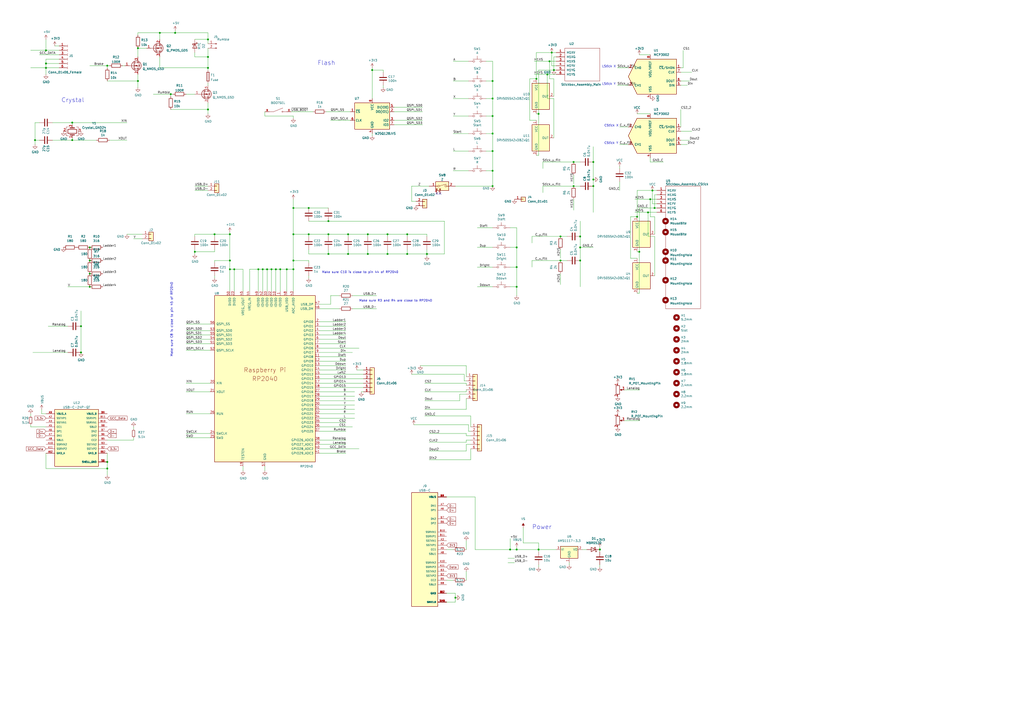
<source format=kicad_sch>
(kicad_sch (version 20230121) (generator eeschema)
  (paper "A2")
  (junction (at 170.18 156.21))
  (junction (at 299.72 318.77))
  (junction (at 120.65 39.37))
  (junction (at 344.17 93.98))
  (junction (at 285.75 57.15))
  (junction (at 377.19 115.57))
  (junction (at 160.02 156.21))
  (junction (at 285.75 67.31))
  (junction (at 344.17 104.14))
  (junction (at 336.55 137.16))
  (junction (at 190.5 135.89))
  (junction (at 152.4 156.21))
  (junction (at 344.17 107.95))
  (junction (at 224.79 135.89))
  (junction (at 247.65 147.32))
  (junction (at 318.77 35.56))
  (junction (at 213.36 147.32))
  (junction (at 149.86 156.21))
  (junction (at 154.94 156.21))
  (junction (at 201.93 135.89))
  (junction (at 236.22 147.32))
  (junction (at 369.57 125.73))
  (junction (at 120.65 22.86))
  (junction (at 332.74 93.98))
  (junction (at 80.01 46.99))
  (junction (at 321.31 40.64))
  (junction (at 299.72 166.37))
  (junction (at 120.65 33.02))
  (junction (at 179.07 120.65))
  (junction (at 157.48 156.21))
  (junction (at 320.04 30.48))
  (junction (at 179.07 135.89))
  (junction (at 26.67 36.83))
  (junction (at 92.71 19.05))
  (junction (at 213.36 135.89))
  (junction (at 264.16 346.71))
  (junction (at 135.89 156.21))
  (junction (at 190.5 147.32))
  (junction (at 317.5 43.18))
  (junction (at 52.07 143.51))
  (junction (at 336.55 143.51))
  (junction (at 299.72 154.94))
  (junction (at 52.07 166.37))
  (junction (at 311.15 45.72))
  (junction (at 52.07 151.13))
  (junction (at 285.75 107.95))
  (junction (at 201.93 147.32))
  (junction (at 41.91 81.28))
  (junction (at 101.6 19.05))
  (junction (at 312.42 318.77))
  (junction (at 312.42 66.04))
  (junction (at 120.65 63.5))
  (junction (at 20.32 81.28))
  (junction (at 62.23 38.1))
  (junction (at 285.75 46.99))
  (junction (at 46.99 204.47))
  (junction (at 166.37 156.21))
  (junction (at 215.9 40.64))
  (junction (at 113.03 146.05))
  (junction (at 133.35 156.21))
  (junction (at 285.75 99.06))
  (junction (at 379.73 120.65))
  (junction (at 299.72 143.51))
  (junction (at 124.46 135.89))
  (junction (at 133.35 151.13))
  (junction (at 46.99 189.23))
  (junction (at 41.91 71.12))
  (junction (at 99.06 54.61))
  (junction (at 295.91 318.77))
  (junction (at 170.18 120.65))
  (junction (at 370.84 146.05))
  (junction (at 285.75 87.63))
  (junction (at 162.56 156.21))
  (junction (at 26.67 39.37))
  (junction (at 236.22 135.89))
  (junction (at 378.46 110.49))
  (junction (at 80.01 27.94))
  (junction (at 332.74 107.95))
  (junction (at 325.12 151.13))
  (junction (at 336.55 151.13))
  (junction (at 325.12 137.16))
  (junction (at 26.67 29.21))
  (junction (at 285.75 77.47))
  (junction (at 190.5 128.27))
  (junction (at 133.35 135.89))
  (junction (at 62.23 267.97))
  (junction (at 224.79 147.32))
  (junction (at 170.18 135.89))
  (junction (at 347.98 318.77))
  (junction (at 170.18 151.13))
  (junction (at 375.92 123.19))
  (junction (at 62.23 271.78))
  (junction (at 52.07 158.75))
  (no_connect (at 253.365 112.268))
  (no_connect (at 255.27 112.268))
  (wire (pts (xy 312.42 40.64) (xy 312.42 66.04)))
  (wire (pts (xy 273.05 252.73) (xy 270.51 252.73)))
  (wire (pts (xy 336.55 143.51) (xy 344.17 143.51)))
  (wire (pts (xy 120.65 22.86) (xy 120.65 19.05)))
  (wire (pts (xy 185.42 214.63) (xy 200.66 214.63)))
  (wire (pts (xy 308.61 137.16) (xy 308.61 140.97)))
  (wire (pts (xy 215.9 77.47) (xy 215.9 78.74)))
  (wire (pts (xy 281.94 67.31) (xy 285.75 67.31)))
  (wire (pts (xy 62.23 271.78) (xy 62.23 275.59)))
  (wire (pts (xy 347.98 318.77) (xy 347.98 320.04)))
  (wire (pts (xy 135.89 168.91) (xy 135.89 156.21)))
  (wire (pts (xy 377.19 93.98) (xy 384.81 93.98)))
  (wire (pts (xy 170.18 115.57) (xy 170.18 120.65)))
  (wire (pts (xy 238.76 107.95) (xy 248.92 107.95)))
  (wire (pts (xy 318.77 45.72) (xy 318.77 35.56)))
  (wire (pts (xy 190.5 137.16) (xy 190.5 135.89)))
  (wire (pts (xy 270.51 252.73) (xy 270.51 251.46)))
  (wire (pts (xy 299.72 166.37) (xy 299.72 171.45)))
  (wire (pts (xy 299.72 143.51) (xy 299.72 154.94)))
  (wire (pts (xy 62.23 262.89) (xy 62.23 267.97)))
  (wire (pts (xy 270.51 228.6) (xy 266.7 228.6)))
  (wire (pts (xy 120.65 59.69) (xy 120.65 63.5)))
  (wire (pts (xy 312.42 327.66) (xy 312.42 328.93)))
  (wire (pts (xy 170.18 135.89) (xy 170.18 151.13)))
  (wire (pts (xy 264.16 107.95) (xy 285.75 107.95)))
  (wire (pts (xy 336.55 143.51) (xy 336.55 151.13)))
  (wire (pts (xy 152.4 156.21) (xy 154.94 156.21)))
  (wire (pts (xy 121.92 251.46) (xy 107.95 251.46)))
  (wire (pts (xy 322.58 30.48) (xy 320.04 30.48)))
  (wire (pts (xy 295.91 318.77) (xy 299.72 318.77)))
  (wire (pts (xy 99.06 54.61) (xy 100.33 54.61)))
  (wire (pts (xy 120.65 39.37) (xy 120.65 40.64)))
  (wire (pts (xy 401.32 41.91) (xy 394.97 41.91)))
  (wire (pts (xy 330.2 326.39) (xy 330.2 327.66)))
  (wire (pts (xy 224.79 147.32) (xy 213.36 147.32)))
  (wire (pts (xy 241.3 116.84) (xy 238.76 116.84)))
  (wire (pts (xy 179.07 120.65) (xy 170.18 120.65)))
  (wire (pts (xy 365.76 149.86) (xy 365.76 125.73)))
  (wire (pts (xy 269.24 220.98) (xy 269.24 217.17)))
  (wire (pts (xy 379.73 160.02) (xy 379.73 137.16)))
  (wire (pts (xy 153.67 270.51) (xy 153.67 273.05)))
  (wire (pts (xy 39.37 189.23) (xy 27.94 189.23)))
  (wire (pts (xy 379.73 113.03) (xy 379.73 120.65)))
  (wire (pts (xy 153.67 67.31) (xy 170.18 67.31)))
  (wire (pts (xy 381 113.03) (xy 379.73 113.03)))
  (wire (pts (xy 248.92 266.7) (xy 273.05 266.7)))
  (wire (pts (xy 236.22 147.32) (xy 247.65 147.32)))
  (wire (pts (xy 303.53 314.96) (xy 312.42 314.96)))
  (wire (pts (xy 185.42 186.69) (xy 200.66 186.69)))
  (wire (pts (xy 285.75 143.51) (xy 276.86 143.51)))
  (wire (pts (xy 185.42 262.89) (xy 200.66 262.89)))
  (wire (pts (xy 285.75 67.31) (xy 285.75 57.15)))
  (wire (pts (xy 124.46 152.4) (xy 124.46 151.13)))
  (wire (pts (xy 133.35 134.62) (xy 133.35 135.89)))
  (wire (pts (xy 113.03 137.16) (xy 113.03 135.89)))
  (wire (pts (xy 365.76 125.73) (xy 369.57 125.73)))
  (wire (pts (xy 149.86 156.21) (xy 152.4 156.21)))
  (wire (pts (xy 170.18 67.31) (xy 170.18 68.58)))
  (wire (pts (xy 62.23 267.97) (xy 62.23 271.78)))
  (wire (pts (xy 394.97 73.66) (xy 394.97 63.5)))
  (wire (pts (xy 179.07 152.4) (xy 179.07 151.13)))
  (wire (pts (xy 121.92 240.03) (xy 107.95 240.03)))
  (wire (pts (xy 63.5 81.28) (xy 73.66 81.28)))
  (wire (pts (xy 270.51 255.27) (xy 270.51 256.54)))
  (wire (pts (xy 236.22 137.16) (xy 236.22 135.89)))
  (wire (pts (xy 179.07 135.89) (xy 190.5 135.89)))
  (wire (pts (xy 190.5 144.78) (xy 190.5 147.32)))
  (wire (pts (xy 124.46 137.16) (xy 124.46 135.89)))
  (wire (pts (xy 246.38 227.33) (xy 270.51 227.33)))
  (wire (pts (xy 80.01 19.05) (xy 80.01 20.32)))
  (wire (pts (xy 113.03 144.78) (xy 113.03 146.05)))
  (wire (pts (xy 107.95 222.25) (xy 121.92 222.25)))
  (wire (pts (xy 185.42 240.03) (xy 205.74 240.03)))
  (wire (pts (xy 314.96 93.98) (xy 332.74 93.98)))
  (wire (pts (xy 185.42 179.07) (xy 196.85 179.07)))
  (wire (pts (xy 273.05 247.65) (xy 273.05 241.3)))
  (wire (pts (xy 257.81 128.27) (xy 257.81 147.32)))
  (wire (pts (xy 73.66 135.89) (xy 82.55 135.89)))
  (wire (pts (xy 34.29 36.83) (xy 26.67 36.83)))
  (wire (pts (xy 224.79 137.16) (xy 224.79 135.89)))
  (wire (pts (xy 308.61 137.16) (xy 325.12 137.16)))
  (wire (pts (xy 201.93 144.78) (xy 201.93 147.32)))
  (wire (pts (xy 378.46 110.49) (xy 369.57 110.49)))
  (wire (pts (xy 92.71 22.86) (xy 92.71 19.05)))
  (wire (pts (xy 308.61 151.13) (xy 308.61 154.94)))
  (wire (pts (xy 320.04 30.48) (xy 320.04 38.1)))
  (wire (pts (xy 281.94 77.47) (xy 285.75 77.47)))
  (wire (pts (xy 262.89 336.55) (xy 259.08 336.55)))
  (wire (pts (xy 160.02 156.21) (xy 162.56 156.21)))
  (wire (pts (xy 20.32 71.12) (xy 20.32 81.28)))
  (wire (pts (xy 273.05 255.27) (xy 270.51 255.27)))
  (wire (pts (xy 311.15 30.48) (xy 311.15 45.72)))
  (wire (pts (xy 26.67 271.78) (xy 26.67 262.89)))
  (wire (pts (xy 336.55 137.16) (xy 336.55 143.51)))
  (wire (pts (xy 22.86 31.75) (xy 34.29 31.75)))
  (wire (pts (xy 270.51 336.55) (xy 270.51 331.47)))
  (wire (pts (xy 201.93 135.89) (xy 213.36 135.89)))
  (wire (pts (xy 154.94 168.91) (xy 154.94 156.21)))
  (wire (pts (xy 332.74 121.92) (xy 332.74 115.57)))
  (wire (pts (xy 41.91 72.39) (xy 41.91 71.12)))
  (wire (pts (xy 344.17 123.19) (xy 344.17 107.95)))
  (wire (pts (xy 285.75 166.37) (xy 276.86 166.37)))
  (wire (pts (xy 344.17 93.98) (xy 344.17 85.09)))
  (wire (pts (xy 185.42 242.57) (xy 205.74 242.57)))
  (wire (pts (xy 312.42 318.77) (xy 322.58 318.77)))
  (wire (pts (xy 120.65 27.94) (xy 120.65 33.02)))
  (wire (pts (xy 24.13 237.49) (xy 24.13 240.03)))
  (wire (pts (xy 185.42 245.11) (xy 200.66 245.11)))
  (wire (pts (xy 113.03 22.86) (xy 120.65 22.86)))
  (wire (pts (xy 317.5 43.18) (xy 322.58 43.18)))
  (wire (pts (xy 264.16 344.17) (xy 264.16 346.71)))
  (wire (pts (xy 375.92 137.16) (xy 375.92 123.19)))
  (wire (pts (xy 370.84 170.18) (xy 370.84 146.05)))
  (wire (pts (xy 321.31 40.64) (xy 312.42 40.64)))
  (wire (pts (xy 80.01 27.94) (xy 80.01 33.02)))
  (wire (pts (xy 314.96 107.95) (xy 332.74 107.95)))
  (wire (pts (xy 264.16 349.25) (xy 264.16 346.71)))
  (wire (pts (xy 80.01 27.94) (xy 85.09 27.94)))
  (wire (pts (xy 394.97 39.37) (xy 396.24 39.37)))
  (wire (pts (xy 248.92 256.54) (xy 270.51 256.54)))
  (wire (pts (xy 270.51 231.14) (xy 270.51 237.49)))
  (wire (pts (xy 271.78 99.06) (xy 262.89 99.06)))
  (wire (pts (xy 92.71 19.05) (xy 101.6 19.05)))
  (wire (pts (xy 325.12 137.16) (xy 328.93 137.16)))
  (wire (pts (xy 375.92 123.19) (xy 381 123.19)))
  (wire (pts (xy 154.94 156.21) (xy 157.48 156.21)))
  (wire (pts (xy 394.97 81.28) (xy 400.05 81.28)))
  (wire (pts (xy 120.65 33.02) (xy 113.03 33.02)))
  (wire (pts (xy 215.9 39.37) (xy 215.9 40.64)))
  (wire (pts (xy 34.29 39.37) (xy 26.67 39.37)))
  (wire (pts (xy 204.47 179.07) (xy 218.44 179.07)))
  (wire (pts (xy 113.03 33.02) (xy 113.03 30.48)))
  (wire (pts (xy 332.74 93.98) (xy 336.55 93.98)))
  (wire (pts (xy 222.25 40.64) (xy 215.9 40.64)))
  (wire (pts (xy 364.49 73.66) (xy 359.41 73.66)))
  (wire (pts (xy 259.08 344.17) (xy 264.16 344.17)))
  (wire (pts (xy 92.71 33.02) (xy 92.71 39.37)))
  (wire (pts (xy 228.6 62.23) (xy 245.11 62.23)))
  (wire (pts (xy 120.65 33.02) (xy 120.65 39.37)))
  (wire (pts (xy 358.14 49.53) (xy 364.49 49.53)))
  (wire (pts (xy 285.75 99.06) (xy 285.75 107.95)))
  (wire (pts (xy 189.23 64.77) (xy 203.2 64.77)))
  (wire (pts (xy 152.4 168.91) (xy 152.4 156.21)))
  (wire (pts (xy 299.72 318.77) (xy 312.42 318.77)))
  (wire (pts (xy 299.72 154.94) (xy 299.72 166.37)))
  (wire (pts (xy 294.64 326.39) (xy 298.45 326.39)))
  (wire (pts (xy 285.75 57.15) (xy 285.75 46.99)))
  (wire (pts (xy 369.57 66.04) (xy 377.19 66.04)))
  (wire (pts (xy 285.75 154.94) (xy 276.86 154.94)))
  (wire (pts (xy 317.5 57.15) (xy 317.5 43.18)))
  (wire (pts (xy 185.42 224.79) (xy 210.82 224.79)))
  (wire (pts (xy 273.05 257.81) (xy 270.51 257.81)))
  (wire (pts (xy 275.59 318.77) (xy 295.91 318.77)))
  (wire (pts (xy 285.75 99.06) (xy 285.75 87.63)))
  (wire (pts (xy 124.46 151.13) (xy 133.35 151.13)))
  (wire (pts (xy 190.5 135.89) (xy 201.93 135.89)))
  (wire (pts (xy 190.5 128.27) (xy 257.81 128.27)))
  (wire (pts (xy 52.07 38.1) (xy 62.23 38.1)))
  (wire (pts (xy 271.78 46.99) (xy 262.89 46.99)))
  (wire (pts (xy 191.77 171.45) (xy 196.85 171.45)))
  (wire (pts (xy 308.61 151.13) (xy 325.12 151.13)))
  (wire (pts (xy 170.18 135.89) (xy 179.07 135.89)))
  (wire (pts (xy 307.34 45.72) (xy 311.15 45.72)))
  (wire (pts (xy 124.46 146.05) (xy 124.46 144.78)))
  (wire (pts (xy 344.17 104.14) (xy 344.17 93.98)))
  (wire (pts (xy 80.01 43.18) (xy 80.01 46.99)))
  (wire (pts (xy 271.78 250.19) (xy 271.78 246.38)))
  (wire (pts (xy 321.31 55.88) (xy 321.31 45.72)))
  (wire (pts (xy 271.78 67.31) (xy 262.89 67.31)))
  (wire (pts (xy 144.78 168.91) (xy 144.78 156.21)))
  (wire (pts (xy 210.82 227.33) (xy 209.55 227.33)))
  (wire (pts (xy 185.42 209.55) (xy 200.66 209.55)))
  (wire (pts (xy 34.29 29.21) (xy 26.67 29.21)))
  (wire (pts (xy 166.37 156.21) (xy 170.18 156.21)))
  (wire (pts (xy 224.79 135.89) (xy 236.22 135.89)))
  (wire (pts (xy 368.3 115.57) (xy 377.19 115.57)))
  (wire (pts (xy 240.03 246.38) (xy 271.78 246.38)))
  (wire (pts (xy 271.78 87.63) (xy 262.89 87.63)))
  (wire (pts (xy 185.42 194.31) (xy 200.66 194.31)))
  (wire (pts (xy 185.42 196.85) (xy 200.66 196.85)))
  (wire (pts (xy 325.12 165.1) (xy 325.12 158.75)))
  (wire (pts (xy 246.38 241.3) (xy 273.05 241.3)))
  (wire (pts (xy 170.18 120.65) (xy 170.18 135.89)))
  (wire (pts (xy 378.46 110.49) (xy 378.46 118.11)))
  (wire (pts (xy 358.14 39.37) (xy 364.49 39.37)))
  (wire (pts (xy 236.22 144.78) (xy 236.22 147.32)))
  (wire (pts (xy 336.55 166.37) (xy 336.55 151.13)))
  (wire (pts (xy 99.06 54.61) (xy 99.06 55.88)))
  (wire (pts (xy 314.96 93.98) (xy 314.96 97.79)))
  (wire (pts (xy 179.07 120.65) (xy 190.5 120.65)))
  (wire (pts (xy 238.76 217.17) (xy 269.24 217.17)))
  (wire (pts (xy 31.75 26.67) (xy 34.29 26.67)))
  (wire (pts (xy 369.57 170.18) (xy 370.84 170.18)))
  (wire (pts (xy 62.23 38.1) (xy 63.5 38.1)))
  (wire (pts (xy 321.31 33.02) (xy 321.31 40.64)))
  (wire (pts (xy 259.08 349.25) (xy 264.16 349.25)))
  (wire (pts (xy 210.82 214.63) (xy 207.01 214.63)))
  (wire (pts (xy 398.78 49.53) (xy 394.97 49.53)))
  (wire (pts (xy 262.89 318.77) (xy 259.08 318.77)))
  (wire (pts (xy 170.18 156.21) (xy 170.18 168.91)))
  (wire (pts (xy 321.31 45.72) (xy 318.77 45.72)))
  (wire (pts (xy 247.65 147.32) (xy 247.65 148.59)))
  (wire (pts (xy 285.75 87.63) (xy 285.75 77.47)))
  (wire (pts (xy 22.86 81.28) (xy 20.32 81.28)))
  (wire (pts (xy 295.91 166.37) (xy 299.72 166.37)))
  (wire (pts (xy 303.53 306.07) (xy 303.53 314.96)))
  (wire (pts (xy 270.51 318.77) (xy 270.51 313.69)))
  (wire (pts (xy 295.91 132.08) (xy 299.72 132.08)))
  (wire (pts (xy 321.31 57.15) (xy 317.5 57.15)))
  (wire (pts (xy 377.19 91.44) (xy 377.19 93.98)))
  (wire (pts (xy 311.15 90.17) (xy 312.42 90.17)))
  (wire (pts (xy 332.74 107.95) (xy 336.55 107.95)))
  (wire (pts (xy 247.65 144.78) (xy 247.65 147.32)))
  (wire (pts (xy 359.41 110.49) (xy 359.41 105.41)))
  (wire (pts (xy 140.97 168.91) (xy 140.97 156.21)))
  (wire (pts (xy 166.37 168.91) (xy 166.37 156.21)))
  (wire (pts (xy 107.95 196.85) (xy 121.92 196.85)))
  (wire (pts (xy 19.05 204.47) (xy 39.37 204.47)))
  (wire (pts (xy 228.6 64.77) (xy 245.11 64.77)))
  (wire (pts (xy 340.36 318.77) (xy 337.82 318.77)))
  (wire (pts (xy 179.07 137.16) (xy 179.07 135.89)))
  (wire (pts (xy 295.91 312.42) (xy 295.91 318.77)))
  (wire (pts (xy 248.92 261.62) (xy 270.51 261.62)))
  (wire (pts (xy 224.79 144.78) (xy 224.79 147.32)))
  (wire (pts (xy 228.6 69.85) (xy 245.11 69.85)))
  (wire (pts (xy 400.05 46.99) (xy 394.97 46.99)))
  (wire (pts (xy 144.78 156.21) (xy 149.86 156.21)))
  (wire (pts (xy 271.78 35.56) (xy 262.89 35.56)))
  (wire (pts (xy 270.51 257.81) (xy 270.51 261.62)))
  (wire (pts (xy 30.48 71.12) (xy 41.91 71.12)))
  (wire (pts (xy 185.42 232.41) (xy 205.74 232.41)))
  (wire (pts (xy 124.46 160.02) (xy 124.46 161.29)))
  (wire (pts (xy 179.07 128.27) (xy 190.5 128.27)))
  (wire (pts (xy 133.35 151.13) (xy 133.35 156.21)))
  (wire (pts (xy 157.48 168.91) (xy 157.48 156.21)))
  (wire (pts (xy 379.73 135.89) (xy 379.73 125.73)))
  (wire (pts (xy 270.51 223.52) (xy 270.51 222.25)))
  (wire (pts (xy 88.9 54.61) (xy 99.06 54.61)))
  (wire (pts (xy 46.99 189.23) (xy 46.99 180.34)))
  (wire (pts (xy 185.42 257.81) (xy 200.66 257.81)))
  (wire (pts (xy 295.91 154.94) (xy 299.72 154.94)))
  (wire (pts (xy 201.93 147.32) (xy 190.5 147.32)))
  (wire (pts (xy 359.41 83.82) (xy 364.49 83.82)))
  (wire (pts (xy 347.98 327.66) (xy 347.98 328.93)))
  (wire (pts (xy 185.42 250.19) (xy 200.66 250.19)))
  (wire (pts (xy 185.42 191.77) (xy 200.66 191.77)))
  (wire (pts (xy 257.81 147.32) (xy 247.65 147.32)))
  (wire (pts (xy 170.18 151.13) (xy 179.07 151.13)))
  (wire (pts (xy 185.42 199.39) (xy 200.66 199.39)))
  (wire (pts (xy 285.75 35.56) (xy 285.75 46.99)))
  (wire (pts (xy 162.56 156.21) (xy 162.56 168.91)))
  (wire (pts (xy 307.34 69.85) (xy 307.34 45.72)))
  (wire (pts (xy 285.75 77.47) (xy 285.75 67.31)))
  (wire (pts (xy 179.07 144.78) (xy 179.07 147.32)))
  (wire (pts (xy 185.42 260.35) (xy 208.28 260.35)))
  (wire (pts (xy 140.97 156.21) (xy 135.89 156.21)))
  (wire (pts (xy 107.95 191.77) (xy 121.92 191.77)))
  (wire (pts (xy 379.73 137.16) (xy 375.92 137.16)))
  (wire (pts (xy 344.17 104.14) (xy 344.17 107.95)))
  (wire (pts (xy 113.03 146.05) (xy 124.46 146.05)))
  (wire (pts (xy 312.42 314.96) (xy 312.42 318.77)))
  (wire (pts (xy 298.45 323.85) (xy 294.64 323.85)))
  (wire (pts (xy 191.77 69.85) (xy 203.2 69.85)))
  (wire (pts (xy 378.46 118.11) (xy 381 118.11)))
  (wire (pts (xy 222.25 41.91) (xy 222.25 40.64)))
  (wire (pts (xy 213.36 137.16) (xy 213.36 135.89)))
  (wire (pts (xy 275.59 318.77) (xy 275.59 288.29)))
  (wire (pts (xy 369.57 149.86) (xy 365.76 149.86)))
  (wire (pts (xy 170.18 151.13) (xy 170.18 156.21)))
  (wire (pts (xy 185.42 219.71) (xy 210.82 219.71)))
  (wire (pts (xy 314.96 107.95) (xy 314.96 111.76)))
  (wire (pts (xy 381 110.49) (xy 378.46 110.49)))
  (wire (pts (xy 309.88 35.56) (xy 318.77 35.56)))
  (wire (pts (xy 312.42 320.04) (xy 312.42 318.77)))
  (wire (pts (xy 332.74 106.68) (xy 332.74 101.6)))
  (wire (pts (xy 246.38 237.49) (xy 270.51 237.49)))
  (wire (pts (xy 113.03 135.89) (xy 124.46 135.89)))
  (wire (pts (xy 41.91 71.12) (xy 73.66 71.12)))
  (wire (pts (xy 270.51 226.06) (xy 270.51 227.33)))
  (wire (pts (xy 321.31 80.01) (xy 321.31 57.15)))
  (wire (pts (xy 185.42 247.65) (xy 204.47 247.65)))
  (wire (pts (xy 228.6 72.39) (xy 245.11 72.39)))
  (wire (pts (xy 62.23 255.27) (xy 77.47 255.27)))
  (wire (pts (xy 113.03 146.05) (xy 113.03 147.32)))
  (wire (pts (xy 204.47 171.45) (xy 218.44 171.45)))
  (wire (pts (xy 17.78 29.21) (xy 26.67 29.21)))
  (wire (pts (xy 238.76 116.84) (xy 238.76 107.95)))
  (wire (pts (xy 185.42 212.09) (xy 200.66 212.09)))
  (wire (pts (xy 17.78 246.38) (xy 17.78 247.65)))
  (wire (pts (xy 236.22 135.89) (xy 247.65 135.89)))
  (wire (pts (xy 275.59 288.29) (xy 259.08 288.29)))
  (wire (pts (xy 273.05 260.35) (xy 273.05 266.7)))
  (wire (pts (xy 394.97 76.2) (xy 401.32 76.2)))
  (wire (pts (xy 201.93 137.16) (xy 201.93 135.89)))
  (wire (pts (xy 369.57 110.49) (xy 369.57 125.73)))
  (wire (pts (xy 39.37 166.37) (xy 52.07 166.37)))
  (wire (pts (xy 246.38 232.41) (xy 266.7 232.41)))
  (wire (pts (xy 222.25 49.53) (xy 222.25 50.8)))
  (wire (pts (xy 377.19 125.73) (xy 377.19 115.57)))
  (wire (pts (xy 325.12 151.13) (xy 328.93 151.13)))
  (wire (pts (xy 185.42 204.47) (xy 204.47 204.47)))
  (wire (pts (xy 120.65 39.37) (xy 92.71 39.37)))
  (wire (pts (xy 370.84 146.05) (xy 369.57 146.05)))
  (wire (pts (xy 99.06 63.5) (xy 120.65 63.5)))
  (wire (pts (xy 396.24 29.21) (xy 396.24 39.37)))
  (wire (pts (xy 133.35 156.21) (xy 133.35 168.91)))
  (wire (pts (xy 281.94 99.06) (xy 285.75 99.06)))
  (wire (pts (xy 26.67 34.29) (xy 26.67 36.83)))
  (wire (pts (xy 185.42 189.23) (xy 200.66 189.23)))
  (wire (pts (xy 121.92 203.2) (xy 107.95 203.2)))
  (wire (pts (xy 46.99 204.47) (xy 46.99 189.23)))
  (wire (pts (xy 26.67 247.65) (xy 17.78 247.65)))
  (wire (pts (xy 62.23 38.1) (xy 62.23 39.37)))
  (wire (pts (xy 133.35 135.89) (xy 133.35 151.13)))
  (wire (pts (xy 185.42 229.87) (xy 205.74 229.87)))
  (wire (pts (xy 20.32 81.28) (xy 20.32 83.82)))
  (wire (pts (xy 71.12 38.1) (xy 72.39 38.1)))
  (wire (pts (xy 124.46 135.89) (xy 133.35 135.89)))
  (wire (pts (xy 62.23 46.99) (xy 80.01 46.99)))
  (wire (pts (xy 347.98 317.5) (xy 347.98 318.77)))
  (wire (pts (xy 185.42 201.93) (xy 208.28 201.93)))
  (wire (pts (xy 312.42 90.17) (xy 312.42 66.04)))
  (wire (pts (xy 312.42 66.04) (xy 311.15 66.04)))
  (wire (pts (xy 281.94 46.99) (xy 285.75 46.99)))
  (wire (pts (xy 157.48 156.21) (xy 160.02 156.21)))
  (wire (pts (xy 362.204 226.187) (xy 371.094 226.187)))
  (wire (pts (xy 26.67 39.37) (xy 26.67 43.18)))
  (wire (pts (xy 318.77 35.56) (xy 322.58 35.56)))
  (wire (pts (xy 295.91 143.51) (xy 299.72 143.51)))
  (wire (pts (xy 185.42 207.01) (xy 200.66 207.01)))
  (wire (pts (xy 370.84 120.65) (xy 370.84 146.05)))
  (wire (pts (xy 248.92 251.46) (xy 270.51 251.46)))
  (wire (pts (xy 113.03 110.49) (xy 120.65 110.49)))
  (wire (pts (xy 107.95 194.31) (xy 121.92 194.31)))
  (wire (pts (xy 160.02 168.91) (xy 160.02 156.21)))
  (wire (pts (xy 26.67 271.78) (xy 62.23 271.78)))
  (wire (pts (xy 266.7 228.6) (xy 266.7 232.41)))
  (wire (pts (xy 101.6 17.78) (xy 101.6 19.05)))
  (wire (pts (xy 120.65 25.4) (xy 120.65 22.86)))
  (wire (pts (xy 299.72 132.08) (xy 299.72 143.51)))
  (wire (pts (xy 22.86 71.12) (xy 20.32 71.12)))
  (wire (pts (xy 270.51 220.98) (xy 269.24 220.98)))
  (wire (pts (xy 120.65 63.5) (xy 120.65 66.04)))
  (wire (pts (xy 322.58 33.02) (xy 321.31 33.02)))
  (wire (pts (xy 213.36 144.78) (xy 213.36 147.32)))
  (wire (pts (xy 281.94 57.15) (xy 285.75 57.15)))
  (wire (pts (xy 271.78 57.15) (xy 262.89 57.15)))
  (wire (pts (xy 236.22 147.32) (xy 224.79 147.32)))
  (wire (pts (xy 321.31 40.64) (xy 322.58 40.64)))
  (wire (pts (xy 309.88 43.18) (xy 317.5 43.18)))
  (wire (pts (xy 270.51 218.44) (xy 270.51 212.09)))
  (wire (pts (xy 247.65 137.16) (xy 247.65 135.89)))
  (wire (pts (xy 185.42 176.53) (xy 191.77 176.53)))
  (wire (pts (xy 273.05 250.19) (xy 271.78 250.19)))
  (wire (pts (xy 185.42 222.25) (xy 210.82 222.25)))
  (wire (pts (xy 320.04 30.48) (xy 311.15 30.48)))
  (wire (pts (xy 162.56 156.21) (xy 166.37 156.21)))
  (wire (pts (xy 135.89 156.21) (xy 133.35 156.21)))
  (wire (pts (xy 77.47 254) (xy 77.47 255.27)))
  (wire (pts (xy 213.36 147.32) (xy 201.93 147.32)))
  (wire (pts (xy 368.3 123.19) (xy 375.92 123.19)))
  (wire (pts (xy 320.04 38.1) (xy 322.58 38.1)))
  (wire (pts (xy 107.95 54.61) (xy 113.03 54.61)))
  (wire (pts (xy 271.78 77.47) (xy 262.89 77.47)))
  (wire (pts (xy 377.19 115.57) (xy 381 115.57)))
  (wire (pts (xy 77.47 138.43) (xy 82.55 138.43)))
  (wire (pts (xy 26.67 240.03) (xy 24.13 240.03)))
  (wire (pts (xy 190.5 147.32) (xy 179.07 147.32)))
  (wire (pts (xy 281.94 35.56) (xy 285.75 35.56)))
  (wire (pts (xy 153.67 64.77) (xy 153.67 67.31)))
  (wire (pts (xy 379.73 120.65) (xy 381 120.65)))
  (wire (pts (xy 185.42 227.33) (xy 205.74 227.33)))
  (wire (pts (xy 246.38 222.25) (xy 270.51 222.25)))
  (wire (pts (xy 213.36 135.89) (xy 224.79 135.89)))
  (wire (pts (xy 185.42 217.17) (xy 210.82 217.17)))
  (wire (pts (xy 149.86 168.91) (xy 149.86 156.21)))
  (wire (pts (xy 26.67 36.83) (xy 26.67 39.37)))
  (wire (pts (xy 113.03 107.95) (xy 120.65 107.95)))
  (wire (pts (xy 379.73 125.73) (xy 377.19 125.73)))
  (wire (pts (xy 336.55 137.16) (xy 336.55 128.27)))
  (wire (pts (xy 41.91 81.28) (xy 55.88 81.28)))
  (wire (pts (xy 80.01 46.99) (xy 80.01 50.8)))
  (wire (pts (xy 30.48 81.28) (xy 41.91 81.28)))
  (wire (pts (xy 77.47 247.65) (xy 77.47 248.92)))
  (wire (pts (xy 185.42 255.27) (xy 200.66 255.27)))
  (wire (pts (xy 140.97 270.51) (xy 140.97 273.05)))
  (wire (pts (xy 362.204 243.967) (xy 371.094 243.967)))
  (wire (pts (xy 107.95 199.39) (xy 121.92 199.39)))
  (wire (pts (xy 41.91 80.01) (xy 41.91 81.28)))
  (wire (pts (xy 179.07 160.02) (xy 179.07 161.29)))
  (wire (pts (xy 285.75 132.08) (xy 276.86 132.08)))
  (wire (pts (xy 181.61 64.77) (xy 168.91 64.77)))
  (wire (pts (xy 26.67 29.21) (xy 26.67 22.86)))
  (wire (pts (xy 185.42 237.49) (xy 205.74 237.49)))
  (wire (pts (xy 325.12 149.86) (xy 325.12 144.78)))
  (wire (pts (xy 191.77 171.45) (xy 191.77 176.53)))
  (wire (pts (xy 17.78 240.03) (xy 17.78 241.3)))
  (wire (pts (xy 243.84 212.09) (xy 270.51 212.09)))
  (wire (pts (xy 120.65 48.26) (xy 120.65 49.53)))
  (wire (pts (xy 299.72 317.5) (xy 299.72 318.77)))
  (wire (pts (xy 121.92 227.33) (xy 107.95 227.33)))
  (wire (pts (xy 92.71 19.05) (xy 80.01 19.05)))
  (wire (pts (xy 394.97 83.82) (xy 398.78 83.82)))
  (wire (pts (xy 215.9 40.64) (xy 215.9 57.15)))
  (wire (pts (xy 121.92 187.96) (xy 107.95 187.96)))
  (wire (pts (xy 185.42 234.95) (xy 205.74 234.95)))
  (wire (pts (xy 34.29 34.29) (xy 26.67 34.29)))
  (wire (pts (xy 379.73 120.65) (xy 370.84 120.65)))
  (wire (pts (xy 359.41 97.79) (xy 359.41 96.52)))
  (wire (pts (xy 121.92 254) (xy 107.95 254)))
  (wire (pts (xy 17.78 39.37) (xy 26.67 39.37)))
  (wire (pts (xy 120.65 19.05) (xy 101.6 19.05)))
  (wire (pts (xy 311.15 69.85) (xy 307.34 69.85)))
  (wire (pts (xy 370.84 31.75) (xy 377.19 31.75)))
  (wire (pts (xy 281.94 87.63) (xy 285.75 87.63)))
  (text "Power" (at 308.61 307.34 0) (effects (font (size 2.54 2.54)) (justify left bottom)))
  (text "LStick Y\n" (at 349.25 49.53 0) (effects (font (size 1.27 1.27)) (justify left bottom)))
  (text "Make sure C10 is close to pin 44 of RP2040" (at 186.69 158.75 0) (effects (font (size 1.27 1.27)) (justify left bottom)))
  (text "CStick Y\n" (at 350.52 83.82 0) (effects (font (size 1.27 1.27)) (justify left bottom)))
  (text "Make sure R3 and R4 are close to RP2040" (at 208.28 175.26 0) (effects (font (size 1.27 1.27)) (justify left bottom)))
  (text "Make sure C8 is close to pin 45 of RP2040" (at 100.33 207.01 90) (effects (font (size 1.27 1.27)) (justify left bottom)))
  (text "Flash" (at 184.15 38.1 0) (effects (font (size 2.54 2.54)) (justify left bottom)))
  (text "Crystal" (at 35.56 59.69 0) (effects (font (size 2.54 2.54)) (justify left bottom)))
  (text "CStick X" (at 350.52 73.66 0) (effects (font (size 1.27 1.27)) (justify left bottom)))
  (text "LStick X" (at 349.25 39.37 0) (effects (font (size 1.27 1.27)) (justify left bottom)))
  (label "QSPI_SD0" (at 245.11 62.23 180))
  (label "Start" (at 200.66 199.39 180))
  (label "A" (at 262.89 35.56 0))
  (label "QSPI_SD2" (at 245.11 69.85 180))
  (label "XIN" (at 107.95 222.25 0))
  (label "GCC_DATA" (at 22.86 31.75 0))
  (label "Stick_x_filt" (at 325.12 107.95 180))
  (label "Stick_x_filt" (at 358.14 39.37 0))
  (label "Ranalog" (at 38.1 189.23 180))
  (label "X" (at 200.66 232.41 180))
  (label "LeftZ" (at 200.66 217.17 180))
  (label "QSPI_SD3" (at 245.11 72.39 180))
  (label "Din" (at 246.38 237.49 0))
  (label "CS2_2" (at 248.92 251.46 0))
  (label "Ddown" (at 200.66 212.09 180))
  (label "H1YS" (at 309.88 43.18 0))
  (label "V" (at 39.37 166.37 0))
  (label "GCC_DATA" (at 200.66 260.35 180))
  (label "L" (at 262.89 87.63 0))
  (label "CS2" (at 200.66 245.11 180))
  (label "Din2" (at 248.92 266.7 0))
  (label "Lanalog" (at 200.66 257.81 180))
  (label "H1XS" (at 332.74 120.65 90))
  (label "Brake" (at 200.66 262.89 180))
  (label "CLK2" (at 248.92 256.54 0))
  (label "CLK2" (at 401.32 76.2 0))
  (label "XIN" (at 73.66 71.12 180))
  (label "QSPI_SS" (at 191.77 64.77 0))
  (label "Rumble" (at 91.44 54.61 0))
  (label "H1XS" (at 309.88 35.56 0))
  (label "SWD" (at 107.95 254 0))
  (label "SWCLK" (at 107.95 251.46 0))
  (label "Dleft" (at 278.13 132.08 0))
  (label "Ladder2" (at 59.69 151.13 0))
  (label "Z" (at 199.39 237.49 0))
  (label "QSPI_SD1" (at 107.95 194.31 0))
  (label "CLK" (at 246.38 227.33 0))
  (label "B" (at 262.89 46.99 0))
  (label "CS1" (at 396.24 29.21 0))
  (label "XOUT" (at 107.95 227.33 0))
  (label "Dup" (at 200.66 209.55 180))
  (label "Dout" (at 400.05 46.99 0))
  (label "Z" (at 242.57 107.95 0))
  (label "QSPI_SS" (at 107.95 187.96 0))
  (label "USB_D+" (at 113.03 107.95 0))
  (label "QSPI_SD0" (at 107.95 191.77 0))
  (label "CS1" (at 200.66 247.65 180))
  (label "Dout" (at 246.38 232.41 0))
  (label "XOUT" (at 73.66 81.28 180))
  (label "Dout2" (at 400.05 81.28 0))
  (label "A" (at 200.66 229.87 180))
  (label "Stick_y_filt" (at 325.12 93.98 180))
  (label "C_x_filt" (at 317.5 151.13 180))
  (label "R" (at 200.66 240.03 180))
  (label "Ranalog" (at 200.66 255.27 180))
  (label "GND_C" (at 384.81 93.98 180))
  (label "B" (at 200.66 227.33 180))
  (label "QSPI_SCLK" (at 191.77 69.85 0))
  (label "GPIO15" (at 200.66 224.79 180))
  (label "Ladder1" (at 59.69 143.51 0))
  (label "Dright" (at 278.13 154.94 0))
  (label "Ranalog" (at 363.474 243.967 0))
  (label "H1YS" (at 332.74 105.41 90))
  (label "C_y_filt" (at 317.5 137.16 180))
  (label "Start" (at 262.89 77.47 0))
  (label "Ladder1" (at 200.66 186.69 180))
  (label "Ladder2" (at 200.66 189.23 180))
  (label "QSPI_SD3" (at 107.95 199.39 0))
  (label "Dright" (at 200.66 214.63 180))
  (label "H2YS" (at 325.12 148.59 90))
  (label "GND_C" (at 344.17 143.51 180))
  (label "QSPI_SCLK" (at 107.95 203.2 0))
  (label "GND_C" (at 246.38 241.3 0))
  (label "USB_D-" (at 298.45 326.39 0))
  (label "Din2" (at 398.78 83.82 0))
  (label "Ddown" (at 278.13 166.37 0))
  (label "H2YS" (at 368.3 123.19 0))
  (label "QSPI_SD2" (at 107.95 196.85 0))
  (label "GND_C" (at 375.92 120.65 180))
  (label "R" (at 262.89 99.06 0))
  (label "V" (at 77.47 138.43 0))
  (label "H2XS" (at 325.12 163.83 90))
  (label "Rumble" (at 200.66 250.19 180))
  (label "C_x_filt" (at 359.41 73.66 0))
  (label "RUN" (at 107.95 240.03 0))
  (label "L" (at 199.39 242.57 0))
  (label "Stick_y_filt" (at 358.14 49.53 0))
  (label "CLK" (at 401.32 41.91 0))
  (label "GPIO13" (at 200.66 219.71 180))
  (label "Lanalog" (at 363.474 226.187 0))
  (label "Ladder4" (at 200.66 194.31 180))
  (label "Dout" (at 200.66 196.85 180))
  (label "Din" (at 398.78 49.53 0))
  (label "Y" (at 262.89 67.31 0))
  (label "Din" (at 200.66 204.47 180))
  (label "Ladder3" (at 59.69 158.75 0))
  (label "GND_C" (at 359.41 110.49 180))
  (label "C_y_filt" (at 359.41 83.82 0))
  (label "Brake" (at 54.61 38.1 0))
  (label "H2XS" (at 368.3 115.57 0))
  (label "USB_D-" (at 113.03 110.49 0))
  (label "QSPI_SD1" (at 245.11 64.77 180))
  (label "~{USB_BOOT}" (at 168.91 64.77 0))
  (label "USB_D+" (at 218.44 171.45 180))
  (label "Y" (at 200.66 234.95 180))
  (label "Dout2" (at 248.92 261.62 0))
  (label "Lanalog" (at 38.1 204.47 180))
  (label "Dleft" (at 200.66 207.01 180))
  (label "GPIO14" (at 200.66 222.25 180))
  (label "X" (at 262.89 57.15 0))
  (label "CS2" (at 246.38 222.25 0))
  (label "CS2_2" (at 394.97 63.5 0))
  (label "CLK" (at 200.66 201.93 180))
  (label "Dup" (at 278.13 143.51 0))
  (label "USB_D+" (at 298.45 323.85 0))
  (label "Ladder3" (at 200.66 191.77 180))
  (label "Ladder4" (at 59.69 166.37 0))
  (label "+5V" (at 295.91 312.42 0))
  (label "USB_D-" (at 218.44 179.07 180))
  (global_label "3.3v" (shape input) (at 26.67 242.57 180) (property "Intersheetrefs" "${INTERSHEET_REFS}" (effects hide)))
  (global_label "GCC_Data" (shape input) (at 26.67 260.35 180) (property "Intersheetrefs" "${INTERSHEET_REFS}" (effects hide)))
  (global_label "Data" (shape input) (at 259.08 328.93 0) (property "Intersheetrefs" "${INTERSHEET_REFS}" (effects hide)))
  (global_label "3.3v" (shape input) (at 62.23 260.35 0) (property "Intersheetrefs" "${INTERSHEET_REFS}" (effects hide)))
  (global_label "D-" (shape input) (at 259.08 300.99 0) (property "Intersheetrefs" "${INTERSHEET_REFS}" (effects hide)))
  (global_label "D-" (shape input) (at 26.67 252.73 180) (property "Intersheetrefs" "${INTERSHEET_REFS}" (effects hide)))
  (global_label "D+" (shape input) (at 62.23 250.19 0) (property "Intersheetrefs" "${INTERSHEET_REFS}" (effects hide)))
  (global_label "D-" (shape input) (at 62.23 252.73 0) (property "Intersheetrefs" "${INTERSHEET_REFS}" (effects hide)))
  (global_label "D+" (shape input) (at 259.08 303.53 0) (property "Intersheetrefs" "${INTERSHEET_REFS}" (effects hide)))
  (global_label "D+" (shape input) (at 26.67 250.19 180) (property "Intersheetrefs" "${INTERSHEET_REFS}" (effects hide)))
  (global_label "3V3" (shape input) (at 259.08 334.01 0) (property "Intersheetrefs" "${INTERSHEET_REFS}" (effects hide)))
  (global_label "D-" (shape input) (at 259.08 293.37 0) (property "Intersheetrefs" "${INTERSHEET_REFS}" (effects hide)))
  (global_label "D+" (shape input) (at 259.08 295.91 0) (property "Intersheetrefs" "${INTERSHEET_REFS}" (effects hide)))
  (global_label "3V3" (shape input) (at 259.08 316.23 0) (property "Intersheetrefs" "${INTERSHEET_REFS}" (effects hide)))
  (global_label "GCC_Data" (shape input) (at 62.23 242.57 0) (property "Intersheetrefs" "${INTERSHEET_REFS}" (effects hide)))
  (symbol (lib_id "Switch:SW_Push") (at 276.86 35.56 0) (unit 1)
    (property "Reference" "SW1" (at 276.86 28.321 0))
    (property "Value" "A" (at 276.86 30.6324 0))
    (property "Footprint" "PhobGCC_2_0_0_footprints:ABXY_Contact_Omron_Switch" (effects hide))
  )
  (symbol (lib_id "Switch:SW_Push") (at 276.86 46.99 0) (unit 1)
    (property "Reference" "SW2" (at 276.86 39.751 0))
    (property "Value" "B" (at 276.86 42.0624 0))
    (property "Footprint" "PhobGCC_2_0_0_footprints:ABXY_Contact_Omron_Switch" (effects hide))
  )
  (symbol (lib_id "Switch:SW_Push") (at 276.86 57.15 0) (unit 1)
    (property "Reference" "SW3" (at 276.86 49.911 0))
    (property "Value" "X" (at 276.86 52.2224 0))
    (property "Footprint" "PhobGCC_2_0_0_footprints:ABXY_Contact_Omron_Switch" (effects hide))
  )
  (symbol (lib_id "Switch:SW_Push") (at 276.86 67.31 0) (unit 1)
    (property "Reference" "SW4" (at 276.86 60.071 0))
    (property "Value" "Y" (at 276.86 62.3824 0))
    (property "Footprint" "PhobGCC_2_0_0_footprints:ABXY_Contact_Omron_Switch" (effects hide))
  )
  (symbol (lib_id "Switch:SW_Push") (at 276.86 77.47 0) (unit 1)
    (property "Reference" "SW5" (at 276.86 70.231 0))
    (property "Value" "Start" (at 276.86 72.5424 0))
    (property "Footprint" "PhobGCC_2_0_0_footprints:Start_Contact" (effects hide))
  )
  (symbol (lib_id "Switch:SW_Push") (at 276.86 87.63 0) (unit 1)
    (property "Reference" "SW6" (at 276.86 80.391 0))
    (property "Value" "L" (at 276.86 82.7024 0))
    (property "Footprint" "PhobGCC_2_0_0_footprints:Pin_Header_Straight_1x02_Pitch2.54mm" (effects hide))
  )
  (symbol (lib_id "Switch:SW_Push") (at 276.86 99.06 0) (unit 1)
    (property "Reference" "SW7" (at 276.86 91.821 0))
    (property "Value" "R" (at 276.86 94.1324 0))
    (property "Footprint" "PhobGCC_2_0_0_footprints:Pin_Header_Straight_1x02_Pitch2.54mm" (effects hide))
  )
  (symbol (lib_id "power:GND") (at 299.72 171.45 0) (unit 1)
    (property "Reference" "#PWR0103" (effects hide))
    (property "Value" "GND" (at 299.847 175.8442 0))
  )
  (symbol (lib_id "power:+5V") (at 26.67 22.86 0) (unit 1)
    (property "Reference" "#PWR0113" (effects hide))
    (property "Value" "+5V" (at 27.051 18.4658 0))
  )
  (symbol (lib_id "Connector:Conn_01x06_Female") (at 39.37 31.75 0) (unit 1)
    (property "Reference" "J1" (at 40.0812 32.3596 0) (effects (justify left)))
    (property "Value" "Conn_01x06_Female" (at 27.94 41.91 0) (effects (justify left)))
    (property "Footprint" "PhobGCC_2_0_0_footprints:GCC_Header_Straight_1x06_Pitch2.00mm" (effects hide))
  )
  (symbol (lib_id "GCC:Gamecube-MB-rescue_Slider_GCC-Gamecube_MB") (at 358.394 226.187 0) (unit 1)
    (property "Reference" "RV1" (at 364.744 219.837 0) (effects (justify left)))
    (property "Value" "R_POT_MountingPin" (at 364.744 222.377 0) (effects (justify left)))
    (property "Footprint" "PhobGCC_2_0_0_footprints:GCC_Slider" (effects hide))
  )
  (symbol (lib_id "GCC:Gamecube-MB-rescue_Slider_GCC-Gamecube_MB") (at 358.394 243.967 0) (unit 1)
    (property "Reference" "RV2" (at 366.014 238.887 0) (effects (justify left)))
    (property "Value" "R_POT_MountingPin" (at 366.014 241.427 0) (effects (justify left)))
    (property "Footprint" "PhobGCC_2_0_0_footprints:GCC_Slider" (effects hide))
  )
  (symbol (lib_id "Switch:SW_Push") (at 290.83 132.08 0) (unit 1)
    (property "Reference" "SW9" (at 290.83 124.841 0))
    (property "Value" "Dleft" (at 290.83 127.1524 0))
    (property "Footprint" "PhobGCC_2_0_0_footprints:Dpad_Contact_TL3315NF_2" (effects hide))
  )
  (symbol (lib_id "power:GND") (at 358.394 229.997 0) (unit 1)
    (property "Reference" "#PWR0115" (effects hide))
    (property "Value" "GND" (at 358.521 234.3912 0))
  )
  (symbol (lib_id "Switch:SW_Push") (at 290.83 143.51 0) (unit 1)
    (property "Reference" "SW10" (at 290.83 136.271 0))
    (property "Value" "Dup" (at 290.83 138.5824 0))
    (property "Footprint" "PhobGCC_2_0_0_footprints:Dpad_Contact_TL3315NF_2" (effects hide))
  )
  (symbol (lib_id "Switch:SW_Push") (at 290.83 154.94 0) (unit 1)
    (property "Reference" "SW11" (at 290.83 147.701 0))
    (property "Value" "Dright" (at 290.83 150.0124 0))
    (property "Footprint" "PhobGCC_2_0_0_footprints:Dpad_Contact_TL3315NF_2" (effects hide))
  )
  (symbol (lib_id "Switch:SW_Push") (at 290.83 166.37 0) (unit 1)
    (property "Reference" "SW12" (at 290.83 159.131 0))
    (property "Value" "Ddown" (at 290.83 161.4424 0))
    (property "Footprint" "PhobGCC_2_0_0_footprints:Dpad_Contact_TL3315NF_2" (effects hide))
  )
  (symbol (lib_id "power:GND") (at 358.394 247.777 0) (unit 1)
    (property "Reference" "#PWR0117" (effects hide))
    (property "Value" "GND" (at 358.521 252.1712 0))
  )
  (symbol (lib_id "PhobGCC_Symbol_Library:SW_DIP_x01") (at 256.54 107.95 0) (unit 1)
    (property "Reference" "SW8" (at 256.54 101.6 0))
    (property "Value" "Z" (at 256.54 104.14 0))
    (property "Footprint" "PhobGCC_2_0_0_footprints:Z_Switch_Edge_Omron" (effects hide))
    (property "Configuration_Pole-Throw" "Single Pole - Single Throw" (effects hide))
    (property "Contact_Current_Rating" "50 mA" (effects hide))
    (property "Comment" "1825027-5" (effects hide))
    (property "EU_RoHS_Compliance" "Compliant" (effects hide))
  )
  (symbol (lib_id "GCC:Gamecube-MB-rescue_Stickbox_Assembly-Gamecube_MB") (at 327.66 27.94 0) (unit 1)
    (property "Reference" "U2" (at 330.2 25.4 0) (effects (justify left)))
    (property "Value" "Stickbox_Assembly_Main" (at 325.501 49.022 0) (effects (justify left)))
    (property "Footprint" "PhobGCC_2_0_0_footprints:GCC_Stickbox_Hall_Only" (effects hide))
  )
  (symbol (lib_id "Device:C") (at 43.18 189.23 90) (unit 1)
    (property "Reference" "C3" (at 42.0116 186.309 0) (effects (justify left)))
    (property "Value" "0.047u" (at 44.323 186.309 0) (effects (justify left)))
    (property "Footprint" "PhobGCC_2_0_0_footprints:C_0603_HandSoldering" (effects hide))
    (property "LCSC" "C1622" (effects hide))
  )
  (symbol (lib_id "Device:C") (at 43.18 204.47 90) (unit 1)
    (property "Reference" "C7" (at 42.0116 201.549 0) (effects (justify left)))
    (property "Value" "0.047u" (at 44.323 201.549 0) (effects (justify left)))
    (property "Footprint" "PhobGCC_2_0_0_footprints:C_0603_HandSoldering" (effects hide))
    (property "LCSC" "C1622" (effects hide))
  )
  (symbol (lib_id "power:GND") (at 26.67 43.18 0) (unit 1)
    (property "Reference" "#PWR0112" (effects hide))
    (property "Value" "GND" (at 26.797 47.5742 0))
  )
  (symbol (lib_id "Mechanical:MountingHole") (at 392.43 184.15 0) (unit 1)
    (property "Reference" "H1" (at 394.97 182.9816 0) (effects (justify left)))
    (property "Value" "5.2mm" (at 394.97 185.293 0) (effects (justify left)))
    (property "Footprint" "PhobGCC_2_0_0_footprints:MountingHole_5.2mm" (effects hide))
  )
  (symbol (lib_id "Mechanical:MountingHole") (at 392.43 190.5 0) (unit 1)
    (property "Reference" "H2" (at 394.97 189.3316 0) (effects (justify left)))
    (property "Value" "Slot" (at 394.97 191.643 0) (effects (justify left)))
    (property "Footprint" "PhobGCC_2_0_0_footprints:Slot" (effects hide))
  )
  (symbol (lib_id "Mechanical:MountingHole") (at 392.43 196.85 0) (unit 1)
    (property "Reference" "H3" (at 394.97 195.6816 0) (effects (justify left)))
    (property "Value" "2mm" (at 394.97 197.993 0) (effects (justify left)))
    (property "Footprint" "PhobGCC_2_0_0_footprints:MountingHole_2.0mm" (effects hide))
  )
  (symbol (lib_id "Mechanical:MountingHole") (at 392.43 203.2 0) (unit 1)
    (property "Reference" "H4" (at 394.97 202.0316 0) (effects (justify left)))
    (property "Value" "2mm" (at 394.97 204.343 0) (effects (justify left)))
    (property "Footprint" "PhobGCC_2_0_0_footprints:MountingHole_2.0mm" (effects hide))
  )
  (symbol (lib_id "Mechanical:MountingHole") (at 392.43 209.55 0) (unit 1)
    (property "Reference" "H5" (at 394.97 208.3816 0) (effects (justify left)))
    (property "Value" "1.8mm" (at 394.97 210.693 0) (effects (justify left)))
    (property "Footprint" "PhobGCC_2_0_0_footprints:MountingHole_1.8mm" (effects hide))
  )
  (symbol (lib_id "Mechanical:MountingHole") (at 392.43 215.9 0) (unit 1)
    (property "Reference" "H6" (at 394.97 214.7316 0) (effects (justify left)))
    (property "Value" "1.8mm" (at 394.97 217.043 0) (effects (justify left)))
    (property "Footprint" "PhobGCC_2_0_0_footprints:MountingHole_1.8mm" (effects hide))
  )
  (symbol (lib_id "Mechanical:MountingHole") (at 392.43 222.25 0) (unit 1)
    (property "Reference" "H7" (at 394.97 221.0816 0) (effects (justify left)))
    (property "Value" "2.4mm" (at 394.97 223.393 0) (effects (justify left)))
    (property "Footprint" "PhobGCC_2_0_0_footprints:MountingHole_2.4mm" (effects hide))
  )
  (symbol (lib_id "Mechanical:MountingHole") (at 392.43 228.6 0) (unit 1)
    (property "Reference" "H8" (at 394.97 227.4316 0) (effects (justify left)))
    (property "Value" "2.2mm" (at 394.97 229.743 0) (effects (justify left)))
    (property "Footprint" "PhobGCC_2_0_0_footprints:MountingHole_2.2mm" (effects hide))
  )
  (symbol (lib_id "Mechanical:MountingHole") (at 392.43 234.95 0) (unit 1)
    (property "Reference" "H9" (at 394.97 233.7816 0) (effects (justify left)))
    (property "Value" "2.2mm" (at 394.97 236.093 0) (effects (justify left)))
    (property "Footprint" "PhobGCC_2_0_0_footprints:MountingHole_2.2mm" (effects hide))
  )
  (symbol (lib_id "power:GND") (at 312.42 328.93 0) (unit 1)
    (property "Reference" "#PWR010" (effects hide))
    (property "Value" "GND" (at 308.61 330.2 0))
  )
  (symbol (lib_id "power:GND") (at 241.3 119.38 0) (unit 1)
    (property "Reference" "#PWR0105" (effects hide))
    (property "Value" "GND" (at 237.49 120.65 0))
  )
  (symbol (lib_id "Connector_Generic:Conn_01x02") (at 125.73 107.95 0) (unit 1)
    (property "Reference" "J11" (at 125.73 105.41 0))
    (property "Value" "Conn_01x02" (at 125.73 113.03 0))
    (property "Footprint" "PhobGCC_2_0_0_footprints:PinHeader_1x02_P2.00mm_Vertical" (effects hide))
  )
  (symbol (lib_id "GCC:+3.3V") (at 238.76 217.17 0) (unit 1)
    (property "Reference" "#PWR0132" (effects hide))
    (property "Value" "+3.3V" (at 238.76 213.5655 0))
  )
  (symbol (lib_id "Device:R") (at 80.01 24.13 180) (unit 1)
    (property "Reference" "R13" (at 81.788 23.2215 0) (effects (justify right)))
    (property "Value" "10k" (at 81.788 25.9966 0) (effects (justify right)))
    (property "Footprint" "PhobGCC_2_0_0_footprints:R_0603_1608Metric_Pad0.98x0.95mm_HandSolder" (effects hide))
    (property "LCSC" "C25804" (effects hide))
  )
  (symbol (lib_id "power:GND") (at 321.31 40.64 0) (unit 1)
    (property "Reference" "#PWR0101" (effects hide))
    (property "Value" "GND" (at 317.5 41.91 0))
  )
  (symbol (lib_id "Sensor_Magnetic:DRV5055A2xDBZxQ1") (at 313.69 55.88 0) (unit 1)
    (property "Reference" "U10" (at 307.34 54.6099 0) (effects (justify right)))
    (property "Value" "DRV5055A2xDBZxQ1" (at 307.34 57.1499 0) (effects (justify right)))
    (property "Footprint" "PhobGCC_2_0_0_footprints:SOT-23" (effects hide))
    (property "Datasheet" "https://www.ti.com/lit/ds/symlink/drv5055-q1.pdf" (effects hide))
  )
  (symbol (lib_id "MCU_RaspberryPi_RP2040:RP2040") (at 153.67 219.71 0) (unit 1)
    (property "Reference" "U8" (at 125.73 170.18 0))
    (property "Value" "RP2040" (at 177.8 270.51 0))
    (property "Footprint" "PhobGCC_2_0_0_footprints:RP2040-QFN-56" (effects hide))
  )
  (symbol (lib_id "Regulator_Linear:AMS1117-3.3") (at 330.2 318.77 0) (unit 1)
    (property "Reference" "U6" (at 330.2 311.15 0))
    (property "Value" "AMS1117-3.3" (at 330.2 313.69 0))
    (property "Footprint" "PhobGCC_2_0_0_footprints:SOT-223-3_TabPin2" (effects hide))
    (property "Datasheet" "http://www.advanced-monolithic.com/pdf/ds1117.pdf" (effects hide))
  )
  (symbol (lib_id "power:GND") (at 73.66 135.89 0) (unit 1)
    (property "Reference" "#PWR01" (effects hide))
    (property "Value" "GND" (at 69.85 137.16 0))
  )
  (symbol (lib_id "power:+3V3") (at 170.18 115.57 0) (unit 1)
    (property "Reference" "#PWR023" (effects hide))
    (property "Value" "+3V3" (at 170.561 111.1758 0))
  )
  (symbol (lib_id "power:GND") (at 80.01 50.8 0) (unit 1)
    (property "Reference" "#PWR04" (effects hide))
    (property "Value" "GND" (at 80.137 55.1942 0))
  )
  (symbol (lib_id "Device:D_Schottky") (at 113.03 26.67 270) (unit 1)
    (property "Reference" "D2" (at 118.11 26.67 0))
    (property "Value" "M7C" (at 115.57 26.67 0))
    (property "Footprint" "PhobGCC_2_0_0_footprints:D_SOD-123" (effects hide))
    (property "LCSC" "C8598" (effects hide))
  )
  (symbol (lib_id "power:GND") (at 243.84 212.09 0) (unit 1)
    (property "Reference" "#PWR0131" (effects hide))
    (property "Value" "GND" (at 243.84 215.9 0))
  )
  (symbol (lib_id "Device:R") (at 332.74 97.79 0) (unit 1)
    (property "Reference" "R5" (at 327.4822 97.79 90))
    (property "Value" "2k" (at 329.7936 97.79 90))
    (property "Footprint" "PhobGCC_2_0_0_footprints:R_0603_1608Metric_Pad0.98x0.95mm_HandSolder" (effects hide))
    (property "LCSC" "C22975" (effects hide))
  )
  (symbol (lib_id "power:GND") (at 347.98 328.93 0) (unit 1)
    (property "Reference" "#PWR016" (effects hide))
    (property "Value" "GND" (at 344.17 330.2 0))
  )
  (symbol (lib_id "Mechanical:MountingHole") (at 386.08 146.05 0) (unit 1)
    (property "Reference" "H10" (at 388.62 145.1415 0) (effects (justify left)))
    (property "Value" "MountingHole" (at 388.62 147.9166 0) (effects (justify left)))
    (property "Footprint" "PhobGCC_2_0_0_footprints:MountingHole_1.8mm" (effects hide))
  )
  (symbol (lib_id "Connector_Generic:Conn_01x02") (at 246.38 119.38 0) (mirror x) (unit 1)
    (property "Reference" "J3" (at 246.38 110.49 0))
    (property "Value" "Conn_01x02" (at 246.38 113.03 0))
    (property "Footprint" "PhobGCC_2_0_0_footprints:PinHeader_1x02_P2.00mm_Horizontal" (effects hide))
  )
  (symbol (lib_id "power:+3V3") (at 320.04 30.48 0) (unit 1)
    (property "Reference" "#PWR0104" (effects hide))
    (property "Value" "+3V3" (at 320.421 26.0858 0))
  )
  (symbol (lib_id "Device:C") (at 332.74 151.13 90) (unit 1)
    (property "Reference" "C5" (at 331.5716 148.209 0) (effects (justify left)))
    (property "Value" "0.047u" (at 333.883 148.209 0) (effects (justify left)))
    (property "Footprint" "PhobGCC_2_0_0_footprints:C_0603_HandSoldering" (effects hide))
    (property "LCSC" "C1622" (effects hide))
  )
  (symbol (lib_id "Connector_Generic:Conn_01x06") (at 215.9 219.71 0) (unit 1)
    (property "Reference" "J6" (at 218.44 219.7099 0) (effects (justify left)))
    (property "Value" "Conn_01x06" (at 218.44 222.2499 0) (effects (justify left)))
    (property "Footprint" "Connector_PinSocket_2.00mm:PinSocket_1x06_P2.00mm_Vertical" (effects hide))
  )
  (symbol (lib_id "Device:R") (at 52.07 147.32 180) (unit 1)
    (property "Reference" "R7" (at 54.61 146.0499 0) (effects (justify right)))
    (property "Value" "180" (at 46.99 147.32 0) (effects (justify right)))
    (property "Footprint" "PhobGCC_2_0_0_footprints:R_0402_1005Metric" (effects hide))
  )
  (symbol (lib_id "GCC:+3.3V") (at 358.394 222.377 0) (unit 1)
    (property "Reference" "#PWR0110" (effects hide))
    (property "Value" "+3.3V" (at 358.394 218.7725 0))
  )
  (symbol (lib_id "Device:C") (at 332.74 137.16 90) (unit 1)
    (property "Reference" "C4" (at 331.5716 134.239 0) (effects (justify left)))
    (property "Value" "0.047u" (at 333.883 134.239 0) (effects (justify left)))
    (property "Footprint" "PhobGCC_2_0_0_footprints:C_0603_HandSoldering" (effects hide))
    (property "LCSC" "C1622" (effects hide))
  )
  (symbol (lib_id "power:GND") (at 344.17 104.14 90) (unit 1)
    (property "Reference" "#PWR0126" (effects hide))
    (property "Value" "GND" (at 348.5642 104.013 0))
  )
  (symbol (lib_id "Device:R") (at 325.12 154.94 0) (unit 1)
    (property "Reference" "R4" (at 319.8622 154.94 90))
    (property "Value" "2k" (at 322.1736 154.94 90))
    (property "Footprint" "PhobGCC_2_0_0_footprints:R_0603_1608Metric_Pad0.98x0.95mm_HandSolder" (effects hide))
    (property "LCSC" "C22975" (effects hide))
  )
  (symbol (lib_id "Device:C") (at 224.79 140.97 0) (unit 1)
    (property "Reference" "C27" (at 227.711 139.8016 0) (effects (justify left)))
    (property "Value" "100n" (at 227.711 142.113 0) (effects (justify left)))
    (property "Footprint" "PhobGCC_2_0_0_footprints:C_0402_1005Metric" (effects hide))
  )
  (symbol (lib_id "Device:Fuse") (at 120.65 44.45 0) (unit 1)
    (property "Reference" "F1" (at 122.174 43.5415 0) (effects (justify left)))
    (property "Value" "Fuse" (at 122.174 46.3166 0) (effects (justify left)))
    (property "Footprint" "PhobGCC_2_0_0_footprints:Fuse_1206_3216Metric" (effects hide))
    (property "LCSC" "C69680" (effects hide))
  )
  (symbol (lib_id "power:GND") (at 36.83 143.51 0) (unit 1)
    (property "Reference" "#PWR0127" (effects hide))
    (property "Value" "GND" (at 33.02 144.78 0))
  )
  (symbol (lib_id "Device:R") (at 40.64 143.51 270) (unit 1)
    (property "Reference" "R1" (at 40.64 137.16 90))
    (property "Value" "180" (at 40.64 139.7 90))
    (property "Footprint" "PhobGCC_2_0_0_footprints:R_0402_1005Metric" (effects hide))
  )
  (symbol (lib_id "Gamecube MB:Stickbox_Assembly_Hall_Only") (at 386.08 107.95 0) (unit 1)
    (property "Reference" "U5" (at 386.207 104.902 0) (effects (justify left)))
    (property "Value" "Stickbox_Assembly_CStick" (at 386.207 106.807 0) (effects (justify left)))
    (property "Footprint" "PhobGCC_2_0_0_footprints:GCC_Stickbox_Hall_Only" (effects hide))
  )
  (symbol (lib_id "Device:R") (at 55.88 143.51 90) (unit 1)
    (property "Reference" "R10" (at 55.88 137.16 90))
    (property "Value" "316" (at 55.88 139.7 90))
    (property "Footprint" "PhobGCC_2_0_0_footprints:R_0402_1005Metric" (effects hide))
  )
  (symbol (lib_id "TS-1187A-B-A-B:TS-1187A-B-A-B") (at 161.29 64.77 0) (unit 1)
    (property "Reference" "S1" (at 161.29 57.15 0))
    (property "Value" "BOOTSEL" (at 161.29 59.69 0))
    (property "Footprint" "PhobGCC_2_0_0_footprints:SW_TS-1187A-B-A-B" (effects hide))
    (property "PARTREV" "A0" (effects hide))
    (property "MANUFACTURER" "XKB Industrial Precision" (effects hide))
    (property "STANDARD" "Manufacturer Recommendations" (effects hide))
    (property "MAXIMUM_PACKAGE_HEIGHT" "1.5mm" (effects hide))
  )
  (symbol (lib_id "power:VCC") (at 369.57 66.04 0) (unit 1)
    (property "Reference" "#PWR0118" (effects hide))
    (property "Value" "VCC" (at 369.57 62.4355 0))
  )
  (symbol (lib_id "power:GND") (at 113.03 147.32 0) (unit 1)
    (property "Reference" "#PWR018" (effects hide))
    (property "Value" "GND" (at 113.157 151.7142 0))
  )
  (symbol (lib_id "Mechanical:MountingHole") (at 386.08 151.13 0) (unit 1)
    (property "Reference" "H11" (at 388.62 150.2215 0) (effects (justify left)))
    (property "Value" "MountingHole" (at 388.62 152.9966 0) (effects (justify left)))
    (property "Footprint" "PhobGCC_2_0_0_footprints:MountingHole_5.2mm" (effects hide))
  )
  (symbol (lib_id "GCC:+3.3V") (at 358.394 240.157 0) (unit 1)
    (property "Reference" "#PWR0107" (effects hide))
    (property "Value" "+3.3V" (at 358.394 236.5525 0))
  )
  (symbol (lib_id "power:GND") (at 46.99 204.47 0) (unit 1)
    (property "Reference" "#PWR0106" (effects hide))
    (property "Value" "GND" (at 47.117 208.8642 0))
  )
  (symbol (lib_id "power:GND") (at 285.75 107.95 0) (unit 1)
    (property "Reference" "#PWR02" (effects hide))
    (property "Value" "GND" (at 281.94 109.22 0))
  )
  (symbol (lib_id "Connector_Generic:Conn_01x06") (at 275.59 223.52 0) (unit 1)
    (property "Reference" "J14" (at 278.13 223.5199 0) (effects (justify left)))
    (property "Value" "Conn_01x06" (at 274.32 226.06 0) (effects (justify left)))
    (property "Footprint" "PhobGCC_2_0_0_footprints:PinSocket_1x06_P2.00mm_Vertical" (effects hide))
  )
  (symbol (lib_id "power:GND") (at 170.18 68.58 0) (unit 1)
    (property "Reference" "#PWR05" (effects hide))
    (property "Value" "GND" (at 170.307 72.9742 0))
  )
  (symbol (lib_id "Device:R") (at 325.12 140.97 0) (unit 1)
    (property "Reference" "R3" (at 319.8622 140.97 90))
    (property "Value" "2k" (at 322.1736 140.97 90))
    (property "Footprint" "PhobGCC_2_0_0_footprints:R_0603_1608Metric_Pad0.98x0.95mm_HandSolder" (effects hide))
    (property "LCSC" "C22975" (effects hide))
  )
  (symbol (lib_id "power:VCC") (at 240.03 246.38 0) (unit 1)
    (property "Reference" "#PWR0130" (effects hide))
    (property "Value" "VCC" (at 240.03 242.7755 0))
  )
  (symbol (lib_id "Sensor_Magnetic:DRV5055A2xDBZxQ1") (at 372.11 135.89 0) (unit 1)
    (property "Reference" "U9" (at 365.76 134.6199 0) (effects (justify right)))
    (property "Value" "DRV5055A2xDBZxQ1" (at 365.76 137.1599 0) (effects (justify right)))
    (property "Footprint" "PhobGCC_2_0_0_footprints:SOT-23" (effects hide))
    (property "Datasheet" "https://www.ti.com/lit/ds/symlink/drv5055-q1.pdf" (effects hide))
  )
  (symbol (lib_id "Device:R") (at 266.7 336.55 270) (mirror x) (unit 1)
    (property "Reference" "R26" (at 266.7 339.09 90))
    (property "Value" "5.1k" (at 266.7 336.55 90))
    (property "Footprint" "Resistor_SMD:R_0603_1608Metric" (effects hide))
  )
  (symbol (lib_id "Device:R") (at 59.69 81.28 270) (unit 1)
    (property "Reference" "R18" (at 59.69 76.0222 90))
    (property "Value" "1k" (at 59.69 78.3336 90))
    (property "Footprint" "PhobGCC_2_0_0_footprints:C_0402_1005Metric" (effects hide))
  )
  (symbol (lib_id "Connector:Conn_01x02_Male") (at 125.73 25.4 0) (mirror y) (unit 1)
    (property "Reference" "J5" (at 125.095 21.3573 0))
    (property "Value" "Rumble" (at 129.54 22.86 0))
    (property "Footprint" "PhobGCC_2_0_0_footprints:rumble_pins" (effects hide))
  )
  (symbol (lib_id "Device:C") (at 312.42 323.85 0) (unit 1)
    (property "Reference" "C16" (at 315.341 322.6816 0) (effects (justify left)))
    (property "Value" "10u" (at 315.341 324.993 0) (effects (justify left)))
    (property "Footprint" "PhobGCC_2_0_0_footprints:C_0805_2012Metric" (effects hide))
  )
  (symbol (lib_id "Device:C") (at 340.36 107.95 90) (unit 1)
    (property "Reference" "C8" (at 339.1916 105.029 0) (effects (justify left)))
    (property "Value" "0.047u" (at 341.503 105.029 0) (effects (justify left)))
    (property "Footprint" "PhobGCC_2_0_0_footprints:C_0603_HandSoldering" (effects hide))
    (property "LCSC" "C1622" (effects hide))
  )
  (symbol (lib_id "power:GND") (at 153.67 273.05 0) (unit 1)
    (property "Reference" "#PWR022" (effects hide))
    (property "Value" "GND" (at 153.797 277.4442 0))
  )
  (symbol (lib_id "Sensor_Magnetic:DRV5055A2xDBZxQ1") (at 313.69 80.01 0) (unit 1)
    (property "Reference" "U11" (at 307.34 78.7399 0) (effects (justify right)))
    (property "Value" "DRV5055A2xDBZxQ1" (at 307.34 81.2799 0) (effects (justify right)))
    (property "Footprint" "PhobGCC_2_0_0_footprints:SOT-23" (effects hide))
    (property "Datasheet" "https://www.ti.com/lit/ds/symlink/drv5055-q1.pdf" (effects hide))
  )
  (symbol (lib_id "power:VCC") (at 378.46 110.49 0) (unit 1)
    (property "Reference" "#PWR0123" (effects hide))
    (property "Value" "VCC" (at 378.46 106.8855 0))
  )
  (symbol (lib_id "Device:R") (at 200.66 171.45 270) (unit 1)
    (property "Reference" "R20" (at 200.66 166.1922 90))
    (property "Value" "27" (at 200.66 168.5036 90))
    (property "Footprint" "PhobGCC_2_0_0_footprints:C_0402_1005Metric" (effects hide))
  )
  (symbol (lib_id "Device:R") (at 52.07 154.94 180) (unit 1)
    (property "Reference" "R8" (at 54.61 153.6699 0) (effects (justify right)))
    (property "Value" "180" (at 46.99 154.94 0) (effects (justify right)))
    (property "Footprint" "PhobGCC_2_0_0_footprints:R_0402_1005Metric" (effects hide))
  )
  (symbol (lib_id "Mechanical:MountingHole") (at 386.08 162.56 0) (unit 1)
    (property "Reference" "H12" (at 388.62 161.6515 0) (effects (justify left)))
    (property "Value" "MountingHole" (at 388.62 164.4266 0) (effects (justify left)))
    (property "Footprint" "PhobGCC_2_0_0_footprints:MountingHole_2.0mm" (effects hide))
  )
  (symbol (lib_id "power:GND") (at 247.65 148.59 0) (unit 1)
    (property "Reference" "#PWR029" (effects hide))
    (property "Value" "GND" (at 247.777 152.9842 0))
  )
  (symbol (lib_id "Device:R") (at 200.66 179.07 270) (unit 1)
    (property "Reference" "R21" (at 200.66 173.8122 90))
    (property "Value" "27" (at 200.66 176.1236 90))
    (property "Footprint" "PhobGCC_2_0_0_footprints:C_0402_1005Metric" (effects hide))
  )
  (symbol (lib_id "Device:C") (at 26.67 81.28 270) (unit 1)
    (property "Reference" "C15" (at 27.8384 84.201 0) (effects (justify left)))
    (property "Value" "27p" (at 25.527 84.201 0) (effects (justify left)))
    (property "Footprint" "PhobGCC_2_0_0_footprints:C_0402_1005Metric" (effects hide))
  )
  (symbol (lib_id "Device:R") (at 67.31 38.1 90) (unit 1)
    (property "Reference" "R12" (at 67.31 33.1175 90))
    (property "Value" "100R" (at 67.31 35.8926 90))
    (property "Footprint" "PhobGCC_2_0_0_footprints:R_0603_1608Metric_Pad0.98x0.95mm_HandSolder" (effects hide))
    (property "LCSC" "C22775" (effects hide))
  )
  (symbol (lib_id "power:+3V3") (at 347.98 317.5 0) (unit 1)
    (property "Reference" "#PWR015" (effects hide))
    (property "Value" "+3V3" (at 348.361 313.1058 0))
  )
  (symbol (lib_id "power:GND") (at 20.32 83.82 0) (unit 1)
    (property "Reference" "#PWR07" (effects hide))
    (property "Value" "GND" (at 20.447 88.2142 0))
  )
  (symbol (lib_id "Device:R") (at 62.23 43.18 180) (unit 1)
    (property "Reference" "R14" (at 64.008 42.2715 0) (effects (justify right)))
    (property "Value" "10k" (at 64.008 45.0466 0) (effects (justify right)))
    (property "Footprint" "PhobGCC_2_0_0_footprints:R_0603_1608Metric_Pad0.98x0.95mm_HandSolder" (effects hide))
    (property "LCSC" "C25804" (effects hide))
  )
  (symbol (lib_id "power:GND") (at 17.78 240.03 180) (unit 1)
    (property "Reference" "#PWR06" (effects hide))
    (property "Value" "GND" (at 17.653 235.6358 0))
  )
  (symbol (lib_id "Device:C") (at 179.07 156.21 0) (unit 1)
    (property "Reference" "C23" (at 181.991 155.0416 0) (effects (justify left)))
    (property "Value" "1u" (at 181.991 157.353 0) (effects (justify left)))
    (property "Footprint" "PhobGCC_2_0_0_footprints:C_0402_1005Metric" (effects hide))
  )
  (symbol (lib_id "Device:C") (at 347.98 323.85 0) (unit 1)
    (property "Reference" "C18" (at 350.901 322.6816 0) (effects (justify left)))
    (property "Value" "10u" (at 350.901 324.993 0) (effects (justify left)))
    (property "Footprint" "PhobGCC_2_0_0_footprints:C_0805_2012Metric" (effects hide))
  )
  (symbol (lib_id "Analog_ADC:MCP3002") (at 377.19 78.74 0) (unit 1)
    (property "Reference" "U3" (at 379.2094 63.5 0) (effects (justify left)))
    (property "Value" "MCP3002" (at 379.2094 66.04 0) (effects (justify left)))
    (property "Footprint" "PhobGCC_2_0_0_footprints:SOIC-8_3.9x4.9mm_P1.27mm" (effects hide))
    (property "Datasheet" "http://ww1.microchip.com/downloads/en/DeviceDoc/21294E.pdf" (effects hide))
  )
  (symbol (lib_id "Device:R_Small") (at 77.47 251.46 0) (unit 1)
    (property "Reference" "R27" (at 80.01 250.825 0) (effects (justify left)))
    (property "Value" "5.1k" (at 80.01 253.365 0) (effects (justify left)))
  )
  (symbol (lib_id "Device:R") (at 48.26 143.51 270) (unit 1)
    (property "Reference" "R2" (at 48.26 137.16 90))
    (property "Value" "180" (at 48.26 139.7 90))
    (property "Footprint" "PhobGCC_2_0_0_footprints:R_0402_1005Metric" (effects hide))
  )
  (symbol (lib_id "Device:Crystal_GND24") (at 41.91 76.2 90) (unit 1)
    (property "Reference" "Y1" (at 54.61 71.501 90))
    (property "Value" "Crystal_GND24" (at 54.61 74.041 90))
    (property "Footprint" "PhobGCC_2_0_0_footprints:Crystal_SMD_3225-4Pin_3.2x2.5mm" (effects hide))
  )
  (symbol (lib_id "power:GND") (at 179.07 161.29 0) (unit 1)
    (property "Reference" "#PWR024" (effects hide))
    (property "Value" "GND" (at 179.197 165.6842 0))
  )
  (symbol (lib_id "power:GND") (at 36.83 76.2 0) (unit 1)
    (property "Reference" "#PWR0125" (effects hide))
    (property "Value" "GND" (at 36.957 80.5942 0))
  )
  (symbol (lib_id "power:GND") (at 124.46 161.29 0) (unit 1)
    (property "Reference" "#PWR019" (effects hide))
    (property "Value" "GND" (at 124.587 165.6842 0))
  )
  (symbol (lib_id "Model-U-GCC-V2-rescue:GND-Model_S-Model-U-GCC-rescue") (at 264.16 346.71 90) (unit 1)
    (property "Reference" "#PWR028" (effects hide))
    (property "Value" "GND" (at 268.5542 346.583 0))
  )
  (symbol (lib_id "Device:R") (at 185.42 64.77 270) (unit 1)
    (property "Reference" "R16" (at 185.42 59.5122 90))
    (property "Value" "1k" (at 185.42 61.8236 90))
    (property "Footprint" "PhobGCC_2_0_0_footprints:C_0402_1005Metric" (effects hide))
  )
  (symbol (lib_id "Device:R") (at 55.88 151.13 90) (unit 1)
    (property "Reference" "R19" (at 55.88 144.78 90))
    (property "Value" "316" (at 55.88 148.59 90))
    (property "Footprint" "PhobGCC_2_0_0_footprints:R_0402_1005Metric" (effects hide))
  )
  (symbol (lib_id "power:GND") (at 330.2 327.66 0) (unit 1)
    (property "Reference" "#PWR011" (effects hide))
    (property "Value" "GND" (at 326.39 328.93 0))
  )
  (symbol (lib_id "Device:R") (at 266.7 318.77 270) (mirror x) (unit 1)
    (property "Reference" "R23" (at 266.7 321.31 90))
    (property "Value" "5.1k" (at 266.7 318.77 90))
    (property "Footprint" "Resistor_SMD:R_0603_1608Metric" (effects hide))
  )
  (symbol (lib_id "Device:C") (at 247.65 140.97 0) (unit 1)
    (property "Reference" "C29" (at 250.571 139.8016 0) (effects (justify left)))
    (property "Value" "100n" (at 250.571 142.113 0) (effects (justify left)))
    (property "Footprint" "PhobGCC_2_0_0_footprints:C_0402_1005Metric" (effects hide))
  )
  (symbol (lib_id "Device:C") (at 124.46 156.21 0) (unit 1)
    (property "Reference" "C21" (at 127.381 155.0416 0) (effects (justify left)))
    (property "Value" "1u" (at 127.381 157.353 0) (effects (justify left)))
    (property "Footprint" "PhobGCC_2_0_0_footprints:C_0402_1005Metric" (effects hide))
  )
  (symbol (lib_id "Connector_Generic:Conn_01x02") (at 87.63 135.89 0) (unit 1)
    (property "Reference" "J2" (at 87.63 133.35 0))
    (property "Value" "Conn_01x02" (at 87.63 140.97 0))
    (property "Footprint" "PhobGCC_2_0_0_footprints:PinHeader_1x02_P2.00mm_Vertical" (effects hide))
  )
  (symbol (lib_id "Memory_Flash:W25Q128JVS") (at 215.9 67.31 0) (unit 1)
    (property "Reference" "U7" (at 207.01 57.15 0))
    (property "Value" "W25Q128JVS" (at 223.52 77.47 0))
    (property "Footprint" "PhobGCC_2_0_0_footprints:SOIC-8_5.23x5.23mm_P1.27mm" (effects hide))
    (property "Datasheet" "http://www.winbond.com/resource-files/w25q128jv_dtr%20revc%2003272018%20plus.pdf" (effects hide))
  )
  (symbol (lib_id "Device:C") (at 124.46 140.97 0) (unit 1)
    (property "Reference" "C20" (at 127.381 139.8016 0) (effects (justify left)))
    (property "Value" "100n" (at 127.381 142.113 0) (effects (justify left)))
    (property "Footprint" "PhobGCC_2_0_0_footprints:C_0402_1005Metric" (effects hide))
  )
  (symbol (lib_id "Model-U-GCC-V2-rescue:VBUS-Model_S-Model-U-GCC-rescue") (at 24.13 237.49 0) (unit 1)
    (property "Reference" "#PWR030" (effects hide))
    (property "Value" "5v" (at 24.511 234.2388 90) (effects (justify left)))
  )
  (symbol (lib_id "power:VBUS") (at 299.72 317.5 0) (unit 1)
    (property "Reference" "#PWR08" (effects hide))
    (property "Value" "VBUS" (at 300.101 313.1058 0))
  )
  (symbol (lib_id "Device:C") (at 340.36 93.98 90) (unit 1)
    (property "Reference" "C6" (at 339.1916 91.059 0) (effects (justify left)))
    (property "Value" "0.047u" (at 341.503 91.059 0) (effects (justify left)))
    (property "Footprint" "PhobGCC_2_0_0_footprints:C_0603_HandSoldering" (effects hide))
    (property "LCSC" "C1622" (effects hide))
  )
  (symbol (lib_id "Device:C") (at 190.5 140.97 0) (unit 1)
    (property "Reference" "C24" (at 193.421 139.8016 0) (effects (justify left)))
    (property "Value" "100n" (at 193.421 142.113 0) (effects (justify left)))
    (property "Footprint" "PhobGCC_2_0_0_footprints:C_0402_1005Metric" (effects hide))
  )
  (symbol (lib_id "Device:C") (at 26.67 71.12 270) (unit 1)
    (property "Reference" "C14" (at 27.8384 74.041 0) (effects (justify left)))
    (property "Value" "27p" (at 25.527 74.041 0) (effects (justify left)))
    (property "Footprint" "PhobGCC_2_0_0_footprints:C_0402_1005Metric" (effects hide))
  )
  (symbol (lib_id "Device:R") (at 99.06 59.69 180) (unit 1)
    (property "Reference" "R15" (at 100.838 58.7815 0) (effects (justify right)))
    (property "Value" "10k" (at 100.838 61.5566 0) (effects (justify right)))
    (property "Footprint" "PhobGCC_2_0_0_footprints:R_0603_1608Metric_Pad0.98x0.95mm_HandSolder" (effects hide))
    (property "LCSC" "C25804" (effects hide))
  )
  (symbol (lib_id "Device:C") (at 179.07 124.46 0) (unit 1)
    (property "Reference" "C30" (at 181.991 123.2916 0) (effects (justify left)))
    (property "Value" "100n" (at 181.991 125.603 0) (effects (justify left)))
    (property "Footprint" "PhobGCC_2_0_0_footprints:C_0402_1005Metric" (effects hide))
  )
  (symbol (lib_id "power:GND") (at 222.25 50.8 0) (unit 1)
    (property "Reference" "#PWR014" (effects hide))
    (property "Value" "GND" (at 226.06 52.07 0))
  )
  (symbol (lib_id "power:GND") (at 209.55 227.33 0) (unit 1)
    (property "Reference" "#PWR0133" (effects hide))
    (property "Value" "GND" (at 209.677 231.7242 0))
  )
  (symbol (lib_id "Device:C") (at 201.93 140.97 0) (unit 1)
    (property "Reference" "C25" (at 204.851 139.8016 0) (effects (justify left)))
    (property "Value" "100n" (at 204.851 142.113 0) (effects (justify left)))
    (property "Footprint" "PhobGCC_2_0_0_footprints:C_0402_1005Metric" (effects hide))
  )
  (symbol (lib_id "power:GND") (at 215.9 78.74 0) (unit 1)
    (property "Reference" "#PWR013" (effects hide))
    (property "Value" "GND" (at 212.09 80.01 0))
  )
  (symbol (lib_id "Connector_Generic:Conn_01x01") (at 303.53 115.57 0) (unit 1)
    (property "Reference" "J4" (at 306.07 114.2999 0) (effects (justify left)))
    (property "Value" "Conn_01x01" (at 306.07 116.8399 0) (effects (justify left)))
    (property "Footprint" "PhobGCC_2_0_0_footprints:PinHeader_1x01_P2.54mm_Vertical" (effects hide))
  )
  (symbol (lib_id "power:+1V1") (at 133.35 134.62 0) (unit 1)
    (property "Reference" "#PWR020" (effects hide))
    (property "Value" "+1V1" (at 133.731 130.2258 0))
  )
  (symbol (lib_id "Analog_ADC:MCP3002") (at 377.19 44.45 0) (unit 1)
    (property "Reference" "U1" (at 379.2094 29.21 0) (effects (justify left)))
    (property "Value" "MCP3002" (at 379.2094 31.75 0) (effects (justify left)))
    (property "Footprint" "PhobGCC_2_0_0_footprints:SOIC-8_3.9x4.9mm_P1.27mm" (effects hide))
    (property "Datasheet" "http://ww1.microchip.com/downloads/en/DeviceDoc/21294E.pdf" (effects hide))
  )
  (symbol (lib_id "Device:R") (at 55.88 158.75 90) (unit 1)
    (property "Reference" "R24" (at 55.88 152.4 90))
    (property "Value" "316" (at 55.88 154.94 90))
    (property "Footprint" "PhobGCC_2_0_0_footprints:R_0402_1005Metric" (effects hide))
  )
  (symbol (lib_id "Device:R") (at 52.07 162.56 180) (unit 1)
    (property "Reference" "R9" (at 54.61 161.2899 0) (effects (justify right)))
    (property "Value" "180" (at 46.99 162.56 0) (effects (justify right)))
    (property "Footprint" "PhobGCC_2_0_0_footprints:R_0402_1005Metric" (effects hide))
  )
  (symbol (lib_id "power:VS") (at 303.53 306.07 0) (unit 1)
    (property "Reference" "#PWR09" (effects hide))
    (property "Value" "VS" (at 303.53 300.99 0))
  )
  (symbol (lib_id "Mechanical:MountingHole") (at 386.08 128.27 0) (unit 1)
    (property "Reference" "H14" (at 388.62 126.9999 0) (effects (justify left)))
    (property "Value" "MouseBite" (at 388.62 129.5399 0) (effects (justify left)))
    (property "Footprint" "PhobGCC_2_0_0_footprints:breakaway-mousebites-double-v2-small" (effects hide))
  )
  (symbol (lib_id "power:GND") (at 298.45 115.57 0) (unit 1)
    (property "Reference" "#PWR03" (effects hide))
    (property "Value" "GND" (at 294.64 116.84 0))
  )
  (symbol (lib_id "power:GND") (at 46.99 76.2 0) (unit 1)
    (property "Reference" "#PWR0124" (effects hide))
    (property "Value" "GND" (at 47.117 80.5942 0))
  )
  (symbol (lib_id "power:GND") (at 77.47 247.65 0) (mirror x) (unit 1)
    (property "Reference" "#PWR017" (effects hide))
    (property "Value" "GND" (at 77.597 243.2558 0))
  )
  (symbol (lib_id "Diode:MBR0520") (at 344.17 318.77 180) (unit 1)
    (property "Reference" "D1" (at 344.4875 312.42 0))
    (property "Value" "MBR0520" (at 344.4875 314.96 0))
    (property "Footprint" "PhobGCC_2_0_0_footprints:D_SOD-123" (effects hide))
    (property "Datasheet" "http://www.mccsemi.com/up_pdf/MBR0520~MBR0580(SOD123).pdf" (effects hide))
  )
  (symbol (lib_id "power:+3V3") (at 31.75 26.67 0) (unit 1)
    (property "Reference" "#PWR0128" (effects hide))
    (property "Value" "+3V3" (at 32.131 22.2758 0))
  )
  (symbol (lib_id "power:GND") (at 140.97 273.05 0) (unit 1)
    (property "Reference" "#PWR021" (effects hide))
    (property "Value" "GND" (at 141.097 277.4442 0))
  )
  (symbol (lib_id "Device:R") (at 332.74 111.76 0) (unit 1)
    (property "Reference" "R6" (at 327.4822 111.76 90))
    (property "Value" "2k" (at 329.7936 111.76 90))
    (property "Footprint" "PhobGCC_2_0_0_footprints:R_0603_1608Metric_Pad0.98x0.95mm_HandSolder" (effects hide))
    (property "LCSC" "C22975" (effects hide))
  )
  (symbol (lib_id "Device:C") (at 359.41 101.6 0) (unit 1)
    (property "Reference" "C32" (at 362.331 100.4316 0) (effects (justify left)))
    (property "Value" "100n" (at 362.331 102.743 0) (effects (justify left)))
    (property "Footprint" "PhobGCC_2_0_0_footprints:C_0402_1005Metric" (effects hide))
  )
  (symbol (lib_id "Device:C") (at 213.36 140.97 0) (unit 1)
    (property "Reference" "C26" (at 216.281 139.8016 0) (effects (justify left)))
    (property "Value" "100n" (at 216.281 142.113 0) (effects (justify left)))
    (property "Footprint" "PhobGCC_2_0_0_footprints:C_0402_1005Metric" (effects hide))
  )
  (symbol (lib_id "Device:Q_NMOS_GSD") (at 77.47 38.1 0) (unit 1)
    (property "Reference" "Q1" (at 82.677 37.1915 0) (effects (justify left)))
    (property "Value" "Q_NMOS_GSD" (at 82.677 39.9666 0) (effects (justify left)))
    (property "Footprint" "PhobGCC_2_0_0_footprints:SOT-23" (effects hide))
    (property "LCSC" "C20917" (effects hide))
  )
  (symbol (lib_id "Model-U-GCC-V2-rescue:GND-Model_S-Model-U-GCC-rescue") (at 270.51 313.69 180) (unit 1)
    (property "Reference" "#PWR026" (effects hide))
    (property "Value" "GND" (at 270.383 309.2958 0))
  )
  (symbol (lib_id "Device:Q_PMOS_GSD") (at 90.17 27.94 0) (mirror x) (unit 1)
    (property "Reference" "Q2" (at 96.52 26.6699 0) (effects (justify left)))
    (property "Value" "Q_PMOS_GDS" (at 96.52 29.2099 0) (effects (justify left)))
    (property "Footprint" "PhobGCC_2_0_0_footprints:SOT-23" (effects hide))
    (property "LCSC" "C15127" (effects hide))
  )
  (symbol (lib_id "Device:C") (at 236.22 140.97 0) (unit 1)
    (property "Reference" "C28" (at 239.141 139.8016 0) (effects (justify left)))
    (property "Value" "100n" (at 239.141 142.113 0) (effects (justify left)))
    (property "Footprint" "PhobGCC_2_0_0_footprints:C_0402_1005Metric" (effects hide))
  )
  (symbol (lib_id "Mechanical:MountingHole") (at 386.08 174.117 0) (unit 1)
    (property "Reference" "H13" (at 388.62 173.2085 0) (effects (justify left)))
    (property "Value" "MountingHole" (at 388.62 175.9836 0) (effects (justify left)))
    (property "Footprint" "PhobGCC_2_0_0_footprints:MountingHole_2.0mm" (effects hide))
  )
  (symbol (lib_id "power:GND") (at 62.23 275.59 0) (unit 1)
    (property "Reference" "#PWR025" (effects hide))
    (property "Value" "GND" (at 62.357 279.9842 0))
  )
  (symbol (lib_id "Device:R") (at 104.14 54.61 90) (unit 1)
    (property "Reference" "R11" (at 104.14 49.6275 90))
    (property "Value" "100R" (at 104.14 52.4026 90))
    (property "Footprint" "PhobGCC_2_0_0_footprints:R_0603_1608Metric_Pad0.98x0.95mm_HandSolder" (effects hide))
    (property "LCSC" "C22775" (effects hide))
  )
  (symbol (lib_id "Device:C") (at 179.07 140.97 0) (unit 1)
    (property "Reference" "C22" (at 181.991 139.8016 0) (effects (justify left)))
    (property "Value" "100n" (at 181.991 142.113 0) (effects (justify left)))
    (property "Footprint" "PhobGCC_2_0_0_footprints:C_0402_1005Metric" (effects hide))
  )
  (symbol (lib_id "power:VCC") (at 359.41 96.52 0) (unit 1)
    (property "Reference" "#PWR0109" (effects hide))
    (property "Value" "VCC" (at 359.41 92.9155 0))
  )
  (symbol (lib_id "Model-U-GCC-V2-rescue:GND-Model_S-Model-U-GCC-rescue") (at 270.51 331.47 180) (unit 1)
    (property "Reference" "#PWR027" (effects hide))
    (property "Value" "GND" (at 270.383 327.0758 0))
  )
  (symbol (lib_id "Device:C") (at 190.5 124.46 0) (unit 1)
    (property "Reference" "C31" (at 193.421 123.2916 0) (effects (justify left)))
    (property "Value" "100n" (at 193.421 125.603 0) (effects (justify left)))
    (property "Footprint" "PhobGCC_2_0_0_footprints:C_0402_1005Metric" (effects hide))
  )
  (symbol (lib_id "GCC:+3.3V") (at 370.84 31.75 0) (unit 1)
    (property "Reference" "#PWR0120" (effects hide))
    (property "Value" "+3.3V" (at 370.84 28.1455 0))
  )
  (symbol (lib_id "UJ31-CH-G1-SMT-TR:UJ31-CH-G1-SMT-TR") (at 246.38 318.77 0) (unit 1)
    (property "Reference" "J9" (at 246.38 281.94 0))
    (property "Value" "USB-C" (at 246.38 284.48 0))
    (property "Footprint" "CUI_UJ31-CH-G1-SMT-TR" (effects hide))
    (property "MANUFACTURER" "CUI INC" (effects hide))
    (property "STANDARD" "MANUFACTURER RECOMMENDATIONS" (effects hide))
    (property "PART_REV" "1.01" (effects hide))
  )
  (symbol (lib_id "power:GND") (at 377.19 57.15 90) (unit 1)
    (property "Reference" "#PWR0116" (effects hide))
    (property "Value" "GND" (at 381.5842 57.023 0))
  )
  (symbol (lib_id "power:+5V") (at 101.6 17.78 0) (unit 1)
    (property "Reference" "#PWR0111" (effects hide))
    (property "Value" "+5V" (at 101.981 13.3858 0))
  )
  (symbol (lib_id "Sensor_Magnetic:DRV5055A2xDBZxQ1") (at 372.11 160.02 0) (unit 1)
    (property "Reference" "U4" (at 365.76 158.7499 0) (effects (justify right)))
    (property "Value" "DRV5055A2xDBZxQ1" (at 365.76 161.2899 0) (effects (justify right)))
    (property "Footprint" "PhobGCC_2_0_0_footprints:SOT-23" (effects hide))
    (property "Datasheet" "https://www.ti.com/lit/ds/symlink/drv5055-q1.pdf" (effects hide))
  )
  (symbol (lib_id "Device:C") (at 113.03 140.97 0) (unit 1)
    (property "Reference" "C19" (at 115.951 139.8016 0) (effects (justify left)))
    (property "Value" "100n" (at 115.951 142.113 0) (effects (justify left)))
    (property "Footprint" "PhobGCC_2_0_0_footprints:C_0402_1005Metric" (effects hide))
  )
  (symbol (lib_id "Device:C") (at 222.25 45.72 0) (unit 1)
    (property "Reference" "C17" (at 225.171 44.5516 0) (effects (justify left)))
    (property "Value" "100n" (at 225.171 46.863 0) (effects (justify left)))
    (property "Footprint" "PhobGCC_2_0_0_footprints:C_0402_1005Metric" (effects hide))
  )
  (symbol (lib_id "Mechanical:MountingHole") (at 386.08 134.62 0) (unit 1)
    (property "Reference" "H15" (at 388.62 133.3499 0) (effects (justify left)))
    (property "Value" "MouseBite" (at 388.62 135.8899 0) (effects (justify left)))
    (property "Footprint" "PhobGCC_2_0_0_footprints:breakaway-mousebites-double-v2-large" (effects hide))
  )
  (symbol (lib_id "power:+3V3") (at 215.9 39.37 0) (unit 1)
    (property "Reference" "#PWR012" (effects hide))
    (property "Value" "+3V3" (at 216.281 34.9758 0))
  )
  (symbol (lib_id "USB4056-03-A_REVA:USB4056-03-A_REVA") (at 44.45 252.73 0) (unit 1)
    (property "Reference" "U12" (at 44.45 233.68 0))
    (property "Value" "USB-C-24P-QT" (at 44.45 236.22 0))
    (property "Footprint" "USB-C-24P-QT:USB-C-24P-QT" (effects hide))
  )
  (symbol (lib_id "Connector_Generic:Conn_01x06") (at 278.13 252.73 0) (unit 1)
    (property "Reference" "J15" (at 281.94 252.7299 0) (effects (justify left)))
    (property "Value" "Conn_01x06" (at 281.94 255.2699 0) (effects (justify left)))
    (property "Footprint" "PhobGCC_2_0_0_footprints:PinSocket_1x06_P2.00mm_Vertical" (effects hide))
  )
  (symbol (lib_id "Device:R_Small") (at 17.78 243.84 0) (unit 1)
    (property "Reference" "R29" (at 12.7 242.57 0) (effects (justify left)))
    (property "Value" "5.1k" (at 12.7 245.11 0) (effects (justify left)))
  )
  (symbol (lib_id "Device:R") (at 55.88 166.37 90) (unit 1)
    (property "Reference" "R25" (at 55.88 160.02 90))
    (property "Value" "316" (at 55.88 162.56 90))
    (property "Footprint" "PhobGCC_2_0_0_footprints:R_0402_1005Metric" (effects hide))
  )
  (symbol (lib_id "Device:Q_NMOS_GSD") (at 118.11 54.61 0) (unit 1)
    (property "Reference" "Q3" (at 123.317 53.7015 0) (effects (justify left)))
    (property "Value" "Q_NMOS_GSD" (at 123.317 56.4766 0) (effects (justify left)))
    (property "Footprint" "PhobGCC_2_0_0_footprints:SOT-23" (effects hide))
    (property "LCSC" "C20917" (effects hide))
  )
  (symbol (lib_id "GCC:+3.3V") (at 207.01 214.63 0) (unit 1)
    (property "Reference" "#PWR0108" (effects hide))
    (property "Value" "+3.3V" (at 207.01 211.0255 0))
  )
  (symbol (lib_id "power:GND") (at 120.65 66.04 0) (unit 1)
    (property "Reference" "#PWR0114" (effects hide))
    (property "Value" "GND" (at 120.777 70.4342 0))
  )
)
</source>
